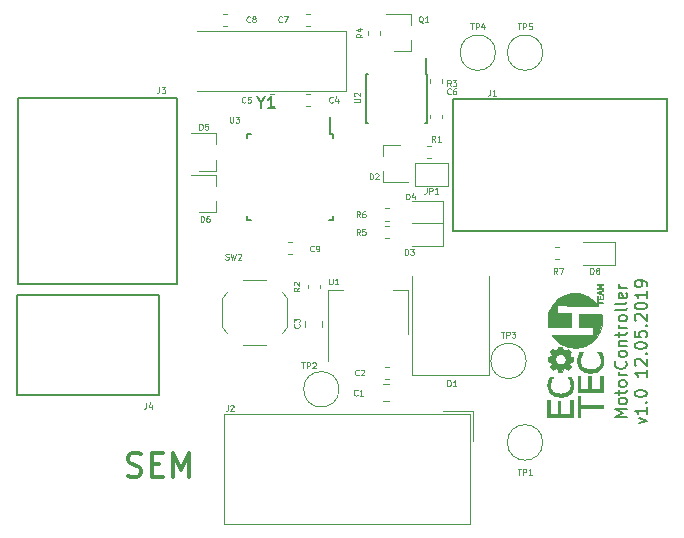
<source format=gto>
G04 #@! TF.GenerationSoftware,KiCad,Pcbnew,(5.0.2)-1*
G04 #@! TF.CreationDate,2019-05-12T17:47:40+02:00*
G04 #@! TF.ProjectId,MotorController,4d6f746f-7243-46f6-9e74-726f6c6c6572,rev?*
G04 #@! TF.SameCoordinates,Original*
G04 #@! TF.FileFunction,Legend,Top*
G04 #@! TF.FilePolarity,Positive*
%FSLAX46Y46*%
G04 Gerber Fmt 4.6, Leading zero omitted, Abs format (unit mm)*
G04 Created by KiCad (PCBNEW (5.0.2)-1) date 12.05.2019 17:47:40*
%MOMM*%
%LPD*%
G01*
G04 APERTURE LIST*
%ADD10C,0.200000*%
%ADD11C,0.300000*%
%ADD12C,0.010000*%
%ADD13C,0.150000*%
%ADD14C,0.120000*%
%ADD15C,0.100000*%
G04 APERTURE END LIST*
D10*
X126602380Y-95847619D02*
X125602380Y-95847619D01*
X126316666Y-95514285D01*
X125602380Y-95180952D01*
X126602380Y-95180952D01*
X126602380Y-94561904D02*
X126554761Y-94657142D01*
X126507142Y-94704761D01*
X126411904Y-94752380D01*
X126126190Y-94752380D01*
X126030952Y-94704761D01*
X125983333Y-94657142D01*
X125935714Y-94561904D01*
X125935714Y-94419047D01*
X125983333Y-94323809D01*
X126030952Y-94276190D01*
X126126190Y-94228571D01*
X126411904Y-94228571D01*
X126507142Y-94276190D01*
X126554761Y-94323809D01*
X126602380Y-94419047D01*
X126602380Y-94561904D01*
X125935714Y-93942857D02*
X125935714Y-93561904D01*
X125602380Y-93800000D02*
X126459523Y-93800000D01*
X126554761Y-93752380D01*
X126602380Y-93657142D01*
X126602380Y-93561904D01*
X126602380Y-93085714D02*
X126554761Y-93180952D01*
X126507142Y-93228571D01*
X126411904Y-93276190D01*
X126126190Y-93276190D01*
X126030952Y-93228571D01*
X125983333Y-93180952D01*
X125935714Y-93085714D01*
X125935714Y-92942857D01*
X125983333Y-92847619D01*
X126030952Y-92800000D01*
X126126190Y-92752380D01*
X126411904Y-92752380D01*
X126507142Y-92800000D01*
X126554761Y-92847619D01*
X126602380Y-92942857D01*
X126602380Y-93085714D01*
X126602380Y-92323809D02*
X125935714Y-92323809D01*
X126126190Y-92323809D02*
X126030952Y-92276190D01*
X125983333Y-92228571D01*
X125935714Y-92133333D01*
X125935714Y-92038095D01*
X126507142Y-91133333D02*
X126554761Y-91180952D01*
X126602380Y-91323809D01*
X126602380Y-91419047D01*
X126554761Y-91561904D01*
X126459523Y-91657142D01*
X126364285Y-91704761D01*
X126173809Y-91752380D01*
X126030952Y-91752380D01*
X125840476Y-91704761D01*
X125745238Y-91657142D01*
X125650000Y-91561904D01*
X125602380Y-91419047D01*
X125602380Y-91323809D01*
X125650000Y-91180952D01*
X125697619Y-91133333D01*
X126602380Y-90561904D02*
X126554761Y-90657142D01*
X126507142Y-90704761D01*
X126411904Y-90752380D01*
X126126190Y-90752380D01*
X126030952Y-90704761D01*
X125983333Y-90657142D01*
X125935714Y-90561904D01*
X125935714Y-90419047D01*
X125983333Y-90323809D01*
X126030952Y-90276190D01*
X126126190Y-90228571D01*
X126411904Y-90228571D01*
X126507142Y-90276190D01*
X126554761Y-90323809D01*
X126602380Y-90419047D01*
X126602380Y-90561904D01*
X125935714Y-89800000D02*
X126602380Y-89800000D01*
X126030952Y-89800000D02*
X125983333Y-89752380D01*
X125935714Y-89657142D01*
X125935714Y-89514285D01*
X125983333Y-89419047D01*
X126078571Y-89371428D01*
X126602380Y-89371428D01*
X125935714Y-89038095D02*
X125935714Y-88657142D01*
X125602380Y-88895238D02*
X126459523Y-88895238D01*
X126554761Y-88847619D01*
X126602380Y-88752380D01*
X126602380Y-88657142D01*
X126602380Y-88323809D02*
X125935714Y-88323809D01*
X126126190Y-88323809D02*
X126030952Y-88276190D01*
X125983333Y-88228571D01*
X125935714Y-88133333D01*
X125935714Y-88038095D01*
X126602380Y-87561904D02*
X126554761Y-87657142D01*
X126507142Y-87704761D01*
X126411904Y-87752380D01*
X126126190Y-87752380D01*
X126030952Y-87704761D01*
X125983333Y-87657142D01*
X125935714Y-87561904D01*
X125935714Y-87419047D01*
X125983333Y-87323809D01*
X126030952Y-87276190D01*
X126126190Y-87228571D01*
X126411904Y-87228571D01*
X126507142Y-87276190D01*
X126554761Y-87323809D01*
X126602380Y-87419047D01*
X126602380Y-87561904D01*
X126602380Y-86657142D02*
X126554761Y-86752380D01*
X126459523Y-86800000D01*
X125602380Y-86800000D01*
X126602380Y-86133333D02*
X126554761Y-86228571D01*
X126459523Y-86276190D01*
X125602380Y-86276190D01*
X126554761Y-85371428D02*
X126602380Y-85466666D01*
X126602380Y-85657142D01*
X126554761Y-85752380D01*
X126459523Y-85800000D01*
X126078571Y-85800000D01*
X125983333Y-85752380D01*
X125935714Y-85657142D01*
X125935714Y-85466666D01*
X125983333Y-85371428D01*
X126078571Y-85323809D01*
X126173809Y-85323809D01*
X126269047Y-85800000D01*
X126602380Y-84895238D02*
X125935714Y-84895238D01*
X126126190Y-84895238D02*
X126030952Y-84847619D01*
X125983333Y-84800000D01*
X125935714Y-84704761D01*
X125935714Y-84609523D01*
X127635714Y-96395238D02*
X128302380Y-96157142D01*
X127635714Y-95919047D01*
X128302380Y-95014285D02*
X128302380Y-95585714D01*
X128302380Y-95300000D02*
X127302380Y-95300000D01*
X127445238Y-95395238D01*
X127540476Y-95490476D01*
X127588095Y-95585714D01*
X128207142Y-94585714D02*
X128254761Y-94538095D01*
X128302380Y-94585714D01*
X128254761Y-94633333D01*
X128207142Y-94585714D01*
X128302380Y-94585714D01*
X127302380Y-93919047D02*
X127302380Y-93823809D01*
X127350000Y-93728571D01*
X127397619Y-93680952D01*
X127492857Y-93633333D01*
X127683333Y-93585714D01*
X127921428Y-93585714D01*
X128111904Y-93633333D01*
X128207142Y-93680952D01*
X128254761Y-93728571D01*
X128302380Y-93823809D01*
X128302380Y-93919047D01*
X128254761Y-94014285D01*
X128207142Y-94061904D01*
X128111904Y-94109523D01*
X127921428Y-94157142D01*
X127683333Y-94157142D01*
X127492857Y-94109523D01*
X127397619Y-94061904D01*
X127350000Y-94014285D01*
X127302380Y-93919047D01*
X128302380Y-91871428D02*
X128302380Y-92442857D01*
X128302380Y-92157142D02*
X127302380Y-92157142D01*
X127445238Y-92252380D01*
X127540476Y-92347619D01*
X127588095Y-92442857D01*
X127397619Y-91490476D02*
X127350000Y-91442857D01*
X127302380Y-91347619D01*
X127302380Y-91109523D01*
X127350000Y-91014285D01*
X127397619Y-90966666D01*
X127492857Y-90919047D01*
X127588095Y-90919047D01*
X127730952Y-90966666D01*
X128302380Y-91538095D01*
X128302380Y-90919047D01*
X128207142Y-90490476D02*
X128254761Y-90442857D01*
X128302380Y-90490476D01*
X128254761Y-90538095D01*
X128207142Y-90490476D01*
X128302380Y-90490476D01*
X127302380Y-89823809D02*
X127302380Y-89728571D01*
X127350000Y-89633333D01*
X127397619Y-89585714D01*
X127492857Y-89538095D01*
X127683333Y-89490476D01*
X127921428Y-89490476D01*
X128111904Y-89538095D01*
X128207142Y-89585714D01*
X128254761Y-89633333D01*
X128302380Y-89728571D01*
X128302380Y-89823809D01*
X128254761Y-89919047D01*
X128207142Y-89966666D01*
X128111904Y-90014285D01*
X127921428Y-90061904D01*
X127683333Y-90061904D01*
X127492857Y-90014285D01*
X127397619Y-89966666D01*
X127350000Y-89919047D01*
X127302380Y-89823809D01*
X127302380Y-88585714D02*
X127302380Y-89061904D01*
X127778571Y-89109523D01*
X127730952Y-89061904D01*
X127683333Y-88966666D01*
X127683333Y-88728571D01*
X127730952Y-88633333D01*
X127778571Y-88585714D01*
X127873809Y-88538095D01*
X128111904Y-88538095D01*
X128207142Y-88585714D01*
X128254761Y-88633333D01*
X128302380Y-88728571D01*
X128302380Y-88966666D01*
X128254761Y-89061904D01*
X128207142Y-89109523D01*
X128207142Y-88109523D02*
X128254761Y-88061904D01*
X128302380Y-88109523D01*
X128254761Y-88157142D01*
X128207142Y-88109523D01*
X128302380Y-88109523D01*
X127397619Y-87680952D02*
X127350000Y-87633333D01*
X127302380Y-87538095D01*
X127302380Y-87300000D01*
X127350000Y-87204761D01*
X127397619Y-87157142D01*
X127492857Y-87109523D01*
X127588095Y-87109523D01*
X127730952Y-87157142D01*
X128302380Y-87728571D01*
X128302380Y-87109523D01*
X127302380Y-86490476D02*
X127302380Y-86395238D01*
X127350000Y-86300000D01*
X127397619Y-86252380D01*
X127492857Y-86204761D01*
X127683333Y-86157142D01*
X127921428Y-86157142D01*
X128111904Y-86204761D01*
X128207142Y-86252380D01*
X128254761Y-86300000D01*
X128302380Y-86395238D01*
X128302380Y-86490476D01*
X128254761Y-86585714D01*
X128207142Y-86633333D01*
X128111904Y-86680952D01*
X127921428Y-86728571D01*
X127683333Y-86728571D01*
X127492857Y-86680952D01*
X127397619Y-86633333D01*
X127350000Y-86585714D01*
X127302380Y-86490476D01*
X128302380Y-85204761D02*
X128302380Y-85776190D01*
X128302380Y-85490476D02*
X127302380Y-85490476D01*
X127445238Y-85585714D01*
X127540476Y-85680952D01*
X127588095Y-85776190D01*
X128302380Y-84728571D02*
X128302380Y-84538095D01*
X128254761Y-84442857D01*
X128207142Y-84395238D01*
X128064285Y-84300000D01*
X127873809Y-84252380D01*
X127492857Y-84252380D01*
X127397619Y-84300000D01*
X127350000Y-84347619D01*
X127302380Y-84442857D01*
X127302380Y-84633333D01*
X127350000Y-84728571D01*
X127397619Y-84776190D01*
X127492857Y-84823809D01*
X127730952Y-84823809D01*
X127826190Y-84776190D01*
X127873809Y-84728571D01*
X127921428Y-84633333D01*
X127921428Y-84442857D01*
X127873809Y-84347619D01*
X127826190Y-84300000D01*
X127730952Y-84252380D01*
D11*
X84380952Y-100809523D02*
X84666666Y-100904761D01*
X85142857Y-100904761D01*
X85333333Y-100809523D01*
X85428571Y-100714285D01*
X85523809Y-100523809D01*
X85523809Y-100333333D01*
X85428571Y-100142857D01*
X85333333Y-100047619D01*
X85142857Y-99952380D01*
X84761904Y-99857142D01*
X84571428Y-99761904D01*
X84476190Y-99666666D01*
X84380952Y-99476190D01*
X84380952Y-99285714D01*
X84476190Y-99095238D01*
X84571428Y-99000000D01*
X84761904Y-98904761D01*
X85238095Y-98904761D01*
X85523809Y-99000000D01*
X86380952Y-99857142D02*
X87047619Y-99857142D01*
X87333333Y-100904761D02*
X86380952Y-100904761D01*
X86380952Y-98904761D01*
X87333333Y-98904761D01*
X88190476Y-100904761D02*
X88190476Y-98904761D01*
X88857142Y-100333333D01*
X89523809Y-98904761D01*
X89523809Y-100904761D01*
D12*
G04 #@! TO.C,G1*
G36*
X122428601Y-90973010D02*
X122439822Y-90856518D01*
X122459344Y-90754438D01*
X122460368Y-90750506D01*
X122473897Y-90704751D01*
X122493166Y-90646644D01*
X122515966Y-90582118D01*
X122540088Y-90517106D01*
X122563322Y-90457542D01*
X122583459Y-90409359D01*
X122598289Y-90378490D01*
X122599949Y-90375671D01*
X122611973Y-90368463D01*
X122639394Y-90364078D01*
X122685368Y-90362275D01*
X122753049Y-90362812D01*
X122764753Y-90363067D01*
X122919554Y-90366650D01*
X122854161Y-90455550D01*
X122782393Y-90566717D01*
X122721376Y-90688173D01*
X122675901Y-90809963D01*
X122665228Y-90848107D01*
X122648657Y-90938264D01*
X122640579Y-91038848D01*
X122641113Y-91140305D01*
X122650379Y-91233083D01*
X122659819Y-91279217D01*
X122703039Y-91398403D01*
X122767046Y-91504439D01*
X122850425Y-91596515D01*
X122951764Y-91673821D01*
X123069647Y-91735547D01*
X123202660Y-91780884D01*
X123349391Y-91809020D01*
X123508424Y-91819148D01*
X123598550Y-91816864D01*
X123761940Y-91798464D01*
X123908788Y-91762465D01*
X124038449Y-91709334D01*
X124150280Y-91639536D01*
X124243640Y-91553536D01*
X124317884Y-91451799D01*
X124372371Y-91334792D01*
X124400030Y-91236600D01*
X124411832Y-91147992D01*
X124414048Y-91046208D01*
X124407018Y-90941452D01*
X124391083Y-90843928D01*
X124386261Y-90823850D01*
X124357444Y-90738055D01*
X124314298Y-90643369D01*
X124261121Y-90548176D01*
X124202211Y-90460855D01*
X124195784Y-90452375D01*
X124125136Y-90360300D01*
X124439339Y-90360300D01*
X124478546Y-90446025D01*
X124520423Y-90541232D01*
X124552385Y-90623235D01*
X124577543Y-90700633D01*
X124596660Y-90772306D01*
X124609870Y-90842638D01*
X124619885Y-90928138D01*
X124626294Y-91020610D01*
X124628682Y-91111859D01*
X124626637Y-91193692D01*
X124620803Y-91251663D01*
X124592111Y-91390587D01*
X124552070Y-91510848D01*
X124498158Y-91617596D01*
X124427858Y-91715984D01*
X124354840Y-91795400D01*
X124262331Y-91878955D01*
X124177767Y-91938579D01*
X124157132Y-91950131D01*
X124027402Y-92006231D01*
X123881774Y-92047623D01*
X123725256Y-92074024D01*
X123562856Y-92085150D01*
X123399582Y-92080717D01*
X123240444Y-92060443D01*
X123090450Y-92024043D01*
X123055303Y-92012507D01*
X122912269Y-91950162D01*
X122785378Y-91868602D01*
X122675713Y-91769065D01*
X122584354Y-91652787D01*
X122512380Y-91521005D01*
X122460873Y-91374954D01*
X122446947Y-91316241D01*
X122431944Y-91212143D01*
X122425902Y-91094643D01*
X122428601Y-90973010D01*
X122428601Y-90973010D01*
G37*
X122428601Y-90973010D02*
X122439822Y-90856518D01*
X122459344Y-90754438D01*
X122460368Y-90750506D01*
X122473897Y-90704751D01*
X122493166Y-90646644D01*
X122515966Y-90582118D01*
X122540088Y-90517106D01*
X122563322Y-90457542D01*
X122583459Y-90409359D01*
X122598289Y-90378490D01*
X122599949Y-90375671D01*
X122611973Y-90368463D01*
X122639394Y-90364078D01*
X122685368Y-90362275D01*
X122753049Y-90362812D01*
X122764753Y-90363067D01*
X122919554Y-90366650D01*
X122854161Y-90455550D01*
X122782393Y-90566717D01*
X122721376Y-90688173D01*
X122675901Y-90809963D01*
X122665228Y-90848107D01*
X122648657Y-90938264D01*
X122640579Y-91038848D01*
X122641113Y-91140305D01*
X122650379Y-91233083D01*
X122659819Y-91279217D01*
X122703039Y-91398403D01*
X122767046Y-91504439D01*
X122850425Y-91596515D01*
X122951764Y-91673821D01*
X123069647Y-91735547D01*
X123202660Y-91780884D01*
X123349391Y-91809020D01*
X123508424Y-91819148D01*
X123598550Y-91816864D01*
X123761940Y-91798464D01*
X123908788Y-91762465D01*
X124038449Y-91709334D01*
X124150280Y-91639536D01*
X124243640Y-91553536D01*
X124317884Y-91451799D01*
X124372371Y-91334792D01*
X124400030Y-91236600D01*
X124411832Y-91147992D01*
X124414048Y-91046208D01*
X124407018Y-90941452D01*
X124391083Y-90843928D01*
X124386261Y-90823850D01*
X124357444Y-90738055D01*
X124314298Y-90643369D01*
X124261121Y-90548176D01*
X124202211Y-90460855D01*
X124195784Y-90452375D01*
X124125136Y-90360300D01*
X124439339Y-90360300D01*
X124478546Y-90446025D01*
X124520423Y-90541232D01*
X124552385Y-90623235D01*
X124577543Y-90700633D01*
X124596660Y-90772306D01*
X124609870Y-90842638D01*
X124619885Y-90928138D01*
X124626294Y-91020610D01*
X124628682Y-91111859D01*
X124626637Y-91193692D01*
X124620803Y-91251663D01*
X124592111Y-91390587D01*
X124552070Y-91510848D01*
X124498158Y-91617596D01*
X124427858Y-91715984D01*
X124354840Y-91795400D01*
X124262331Y-91878955D01*
X124177767Y-91938579D01*
X124157132Y-91950131D01*
X124027402Y-92006231D01*
X123881774Y-92047623D01*
X123725256Y-92074024D01*
X123562856Y-92085150D01*
X123399582Y-92080717D01*
X123240444Y-92060443D01*
X123090450Y-92024043D01*
X123055303Y-92012507D01*
X122912269Y-91950162D01*
X122785378Y-91868602D01*
X122675713Y-91769065D01*
X122584354Y-91652787D01*
X122512380Y-91521005D01*
X122460873Y-91374954D01*
X122446947Y-91316241D01*
X122431944Y-91212143D01*
X122425902Y-91094643D01*
X122428601Y-90973010D01*
G36*
X119903607Y-87555950D02*
X119924304Y-87334511D01*
X119964693Y-87117183D01*
X120024542Y-86908702D01*
X120025162Y-86906899D01*
X120059303Y-86818383D01*
X120104269Y-86717365D01*
X120156394Y-86610991D01*
X120212009Y-86506404D01*
X120267448Y-86410752D01*
X120319041Y-86331177D01*
X120325037Y-86322717D01*
X120444820Y-86171169D01*
X120582033Y-86024432D01*
X120730756Y-85888088D01*
X120885070Y-85767723D01*
X120982350Y-85702701D01*
X121192844Y-85586005D01*
X121410901Y-85492833D01*
X121634777Y-85423076D01*
X121862731Y-85376624D01*
X122093020Y-85353365D01*
X122323903Y-85353190D01*
X122553637Y-85375989D01*
X122780480Y-85421651D01*
X123002691Y-85490067D01*
X123218527Y-85581126D01*
X123426246Y-85694718D01*
X123624106Y-85830733D01*
X123677945Y-85873179D01*
X123762310Y-85946049D01*
X123848144Y-86027956D01*
X123929453Y-86112718D01*
X124000245Y-86194155D01*
X124043292Y-86249974D01*
X124069951Y-86285431D01*
X124091491Y-86310953D01*
X124103303Y-86321085D01*
X124103375Y-86321091D01*
X124106816Y-86309383D01*
X124109703Y-86276826D01*
X124111790Y-86227972D01*
X124112829Y-86167368D01*
X124112900Y-86146017D01*
X124113287Y-86074793D01*
X124114716Y-86025303D01*
X124117581Y-85993889D01*
X124122280Y-85976892D01*
X124129209Y-85970655D01*
X124131950Y-85970334D01*
X124142423Y-85975664D01*
X124148354Y-85994785D01*
X124150777Y-86032397D01*
X124151000Y-86056824D01*
X124151000Y-86143314D01*
X124376261Y-86146782D01*
X124458406Y-86148333D01*
X124518494Y-86150305D01*
X124559867Y-86153037D01*
X124585870Y-86156866D01*
X124599844Y-86162131D01*
X124605132Y-86169169D01*
X124605300Y-86169920D01*
X124603725Y-86192498D01*
X124600172Y-86198495D01*
X124585139Y-86201403D01*
X124549014Y-86203913D01*
X124496103Y-86205858D01*
X124430715Y-86207071D01*
X124371133Y-86207400D01*
X124151000Y-86207400D01*
X124151000Y-86414800D01*
X122423800Y-86406486D01*
X120696599Y-86398172D01*
X120696600Y-86734586D01*
X120696600Y-87071000D01*
X121207775Y-87073963D01*
X121323117Y-87074625D01*
X121433710Y-87075245D01*
X121536239Y-87075808D01*
X121627392Y-87076294D01*
X121703855Y-87076688D01*
X121762316Y-87076970D01*
X121799462Y-87077123D01*
X121804696Y-87077138D01*
X121890443Y-87077350D01*
X121890421Y-87664725D01*
X121890400Y-88252100D01*
X119975715Y-88252100D01*
X119961986Y-88197576D01*
X119922216Y-87992219D01*
X119902833Y-87776765D01*
X119903607Y-87555950D01*
X119903607Y-87555950D01*
G37*
X119903607Y-87555950D02*
X119924304Y-87334511D01*
X119964693Y-87117183D01*
X120024542Y-86908702D01*
X120025162Y-86906899D01*
X120059303Y-86818383D01*
X120104269Y-86717365D01*
X120156394Y-86610991D01*
X120212009Y-86506404D01*
X120267448Y-86410752D01*
X120319041Y-86331177D01*
X120325037Y-86322717D01*
X120444820Y-86171169D01*
X120582033Y-86024432D01*
X120730756Y-85888088D01*
X120885070Y-85767723D01*
X120982350Y-85702701D01*
X121192844Y-85586005D01*
X121410901Y-85492833D01*
X121634777Y-85423076D01*
X121862731Y-85376624D01*
X122093020Y-85353365D01*
X122323903Y-85353190D01*
X122553637Y-85375989D01*
X122780480Y-85421651D01*
X123002691Y-85490067D01*
X123218527Y-85581126D01*
X123426246Y-85694718D01*
X123624106Y-85830733D01*
X123677945Y-85873179D01*
X123762310Y-85946049D01*
X123848144Y-86027956D01*
X123929453Y-86112718D01*
X124000245Y-86194155D01*
X124043292Y-86249974D01*
X124069951Y-86285431D01*
X124091491Y-86310953D01*
X124103303Y-86321085D01*
X124103375Y-86321091D01*
X124106816Y-86309383D01*
X124109703Y-86276826D01*
X124111790Y-86227972D01*
X124112829Y-86167368D01*
X124112900Y-86146017D01*
X124113287Y-86074793D01*
X124114716Y-86025303D01*
X124117581Y-85993889D01*
X124122280Y-85976892D01*
X124129209Y-85970655D01*
X124131950Y-85970334D01*
X124142423Y-85975664D01*
X124148354Y-85994785D01*
X124150777Y-86032397D01*
X124151000Y-86056824D01*
X124151000Y-86143314D01*
X124376261Y-86146782D01*
X124458406Y-86148333D01*
X124518494Y-86150305D01*
X124559867Y-86153037D01*
X124585870Y-86156866D01*
X124599844Y-86162131D01*
X124605132Y-86169169D01*
X124605300Y-86169920D01*
X124603725Y-86192498D01*
X124600172Y-86198495D01*
X124585139Y-86201403D01*
X124549014Y-86203913D01*
X124496103Y-86205858D01*
X124430715Y-86207071D01*
X124371133Y-86207400D01*
X124151000Y-86207400D01*
X124151000Y-86414800D01*
X122423800Y-86406486D01*
X120696599Y-86398172D01*
X120696600Y-86734586D01*
X120696600Y-87071000D01*
X121207775Y-87073963D01*
X121323117Y-87074625D01*
X121433710Y-87075245D01*
X121536239Y-87075808D01*
X121627392Y-87076294D01*
X121703855Y-87076688D01*
X121762316Y-87076970D01*
X121799462Y-87077123D01*
X121804696Y-87077138D01*
X121890443Y-87077350D01*
X121890421Y-87664725D01*
X121890400Y-88252100D01*
X119975715Y-88252100D01*
X119961986Y-88197576D01*
X119922216Y-87992219D01*
X119902833Y-87776765D01*
X119903607Y-87555950D01*
G36*
X124113349Y-85663903D02*
X124115004Y-85618224D01*
X124118322Y-85590294D01*
X124123761Y-85576293D01*
X124131781Y-85572401D01*
X124131950Y-85572400D01*
X124140649Y-85576489D01*
X124146308Y-85591487D01*
X124149513Y-85621495D01*
X124150849Y-85670614D01*
X124151000Y-85705750D01*
X124151000Y-85839100D01*
X124316100Y-85839100D01*
X124316100Y-85712100D01*
X124316729Y-85652878D01*
X124319035Y-85614856D01*
X124323645Y-85593856D01*
X124331185Y-85585702D01*
X124335150Y-85585100D01*
X124344033Y-85589297D01*
X124349736Y-85604673D01*
X124352886Y-85635405D01*
X124354109Y-85685671D01*
X124354200Y-85712100D01*
X124354200Y-85839100D01*
X124557400Y-85839100D01*
X124557400Y-85704819D01*
X124557778Y-85644997D01*
X124559396Y-85606321D01*
X124562981Y-85584541D01*
X124569260Y-85575409D01*
X124578957Y-85574676D01*
X124579625Y-85574799D01*
X124589100Y-85579369D01*
X124595698Y-85591592D01*
X124600092Y-85615647D01*
X124602958Y-85655712D01*
X124604971Y-85715964D01*
X124605415Y-85734480D01*
X124608981Y-85889900D01*
X124112900Y-85889900D01*
X124112900Y-85731150D01*
X124113349Y-85663903D01*
X124113349Y-85663903D01*
G37*
X124113349Y-85663903D02*
X124115004Y-85618224D01*
X124118322Y-85590294D01*
X124123761Y-85576293D01*
X124131781Y-85572401D01*
X124131950Y-85572400D01*
X124140649Y-85576489D01*
X124146308Y-85591487D01*
X124149513Y-85621495D01*
X124150849Y-85670614D01*
X124151000Y-85705750D01*
X124151000Y-85839100D01*
X124316100Y-85839100D01*
X124316100Y-85712100D01*
X124316729Y-85652878D01*
X124319035Y-85614856D01*
X124323645Y-85593856D01*
X124331185Y-85585702D01*
X124335150Y-85585100D01*
X124344033Y-85589297D01*
X124349736Y-85604673D01*
X124352886Y-85635405D01*
X124354109Y-85685671D01*
X124354200Y-85712100D01*
X124354200Y-85839100D01*
X124557400Y-85839100D01*
X124557400Y-85704819D01*
X124557778Y-85644997D01*
X124559396Y-85606321D01*
X124562981Y-85584541D01*
X124569260Y-85575409D01*
X124578957Y-85574676D01*
X124579625Y-85574799D01*
X124589100Y-85579369D01*
X124595698Y-85591592D01*
X124600092Y-85615647D01*
X124602958Y-85655712D01*
X124604971Y-85715964D01*
X124605415Y-85734480D01*
X124608981Y-85889900D01*
X124112900Y-85889900D01*
X124112900Y-85731150D01*
X124113349Y-85663903D01*
G36*
X124349673Y-85184830D02*
X124422831Y-85157545D01*
X124487916Y-85133235D01*
X124541155Y-85113312D01*
X124578776Y-85099188D01*
X124597007Y-85092274D01*
X124597907Y-85091917D01*
X124605747Y-85099208D01*
X124608200Y-85117396D01*
X124604140Y-85135795D01*
X124588409Y-85150545D01*
X124555674Y-85165732D01*
X124535175Y-85173367D01*
X124462150Y-85199625D01*
X124462150Y-85423580D01*
X124535175Y-85449653D01*
X124580254Y-85468495D01*
X124603373Y-85485654D01*
X124608200Y-85498663D01*
X124600989Y-85517536D01*
X124592325Y-85520894D01*
X124575934Y-85516391D01*
X124539761Y-85504277D01*
X124487772Y-85485951D01*
X124423934Y-85462812D01*
X124406684Y-85456427D01*
X124406684Y-85403217D01*
X124413349Y-85395269D01*
X124416621Y-85372692D01*
X124417654Y-85330867D01*
X124417700Y-85312050D01*
X124417153Y-85262856D01*
X124414744Y-85234431D01*
X124409322Y-85222155D01*
X124399734Y-85221408D01*
X124395475Y-85222898D01*
X124373825Y-85231114D01*
X124335297Y-85245405D01*
X124286887Y-85263183D01*
X124267802Y-85270151D01*
X124221517Y-85287617D01*
X124186572Y-85301943D01*
X124168089Y-85310976D01*
X124166530Y-85312765D01*
X124179536Y-85318793D01*
X124210609Y-85331261D01*
X124253964Y-85347871D01*
X124271978Y-85354614D01*
X124321310Y-85373034D01*
X124363387Y-85388867D01*
X124391022Y-85399407D01*
X124395475Y-85401153D01*
X124406684Y-85403217D01*
X124406684Y-85456427D01*
X124352212Y-85436261D01*
X124347850Y-85434629D01*
X124268780Y-85404894D01*
X124210347Y-85382267D01*
X124169360Y-85365055D01*
X124142630Y-85351564D01*
X124126966Y-85340102D01*
X124119179Y-85328976D01*
X124116078Y-85316490D01*
X124115490Y-85311289D01*
X124111731Y-85273509D01*
X124349673Y-85184830D01*
X124349673Y-85184830D01*
G37*
X124349673Y-85184830D02*
X124422831Y-85157545D01*
X124487916Y-85133235D01*
X124541155Y-85113312D01*
X124578776Y-85099188D01*
X124597007Y-85092274D01*
X124597907Y-85091917D01*
X124605747Y-85099208D01*
X124608200Y-85117396D01*
X124604140Y-85135795D01*
X124588409Y-85150545D01*
X124555674Y-85165732D01*
X124535175Y-85173367D01*
X124462150Y-85199625D01*
X124462150Y-85423580D01*
X124535175Y-85449653D01*
X124580254Y-85468495D01*
X124603373Y-85485654D01*
X124608200Y-85498663D01*
X124600989Y-85517536D01*
X124592325Y-85520894D01*
X124575934Y-85516391D01*
X124539761Y-85504277D01*
X124487772Y-85485951D01*
X124423934Y-85462812D01*
X124406684Y-85456427D01*
X124406684Y-85403217D01*
X124413349Y-85395269D01*
X124416621Y-85372692D01*
X124417654Y-85330867D01*
X124417700Y-85312050D01*
X124417153Y-85262856D01*
X124414744Y-85234431D01*
X124409322Y-85222155D01*
X124399734Y-85221408D01*
X124395475Y-85222898D01*
X124373825Y-85231114D01*
X124335297Y-85245405D01*
X124286887Y-85263183D01*
X124267802Y-85270151D01*
X124221517Y-85287617D01*
X124186572Y-85301943D01*
X124168089Y-85310976D01*
X124166530Y-85312765D01*
X124179536Y-85318793D01*
X124210609Y-85331261D01*
X124253964Y-85347871D01*
X124271978Y-85354614D01*
X124321310Y-85373034D01*
X124363387Y-85388867D01*
X124391022Y-85399407D01*
X124395475Y-85401153D01*
X124406684Y-85403217D01*
X124406684Y-85456427D01*
X124352212Y-85436261D01*
X124347850Y-85434629D01*
X124268780Y-85404894D01*
X124210347Y-85382267D01*
X124169360Y-85365055D01*
X124142630Y-85351564D01*
X124126966Y-85340102D01*
X124119179Y-85328976D01*
X124116078Y-85316490D01*
X124115490Y-85311289D01*
X124111731Y-85273509D01*
X124349673Y-85184830D01*
G36*
X124114697Y-84962420D02*
X124122594Y-84948491D01*
X124140346Y-84933626D01*
X124171711Y-84915017D01*
X124220444Y-84889861D01*
X124252600Y-84873900D01*
X124306100Y-84846945D01*
X124350133Y-84823699D01*
X124380313Y-84806553D01*
X124392258Y-84797898D01*
X124392300Y-84797700D01*
X124381589Y-84789631D01*
X124352380Y-84772927D01*
X124309055Y-84749980D01*
X124255999Y-84723180D01*
X124252600Y-84721500D01*
X124193743Y-84692005D01*
X124154138Y-84670464D01*
X124130029Y-84654072D01*
X124117659Y-84640024D01*
X124113273Y-84625515D01*
X124112900Y-84617186D01*
X124112900Y-84581800D01*
X124360550Y-84581800D01*
X124445614Y-84581910D01*
X124508592Y-84582461D01*
X124552795Y-84583790D01*
X124581535Y-84586233D01*
X124598127Y-84590125D01*
X124605881Y-84595802D01*
X124608111Y-84603600D01*
X124608200Y-84606901D01*
X124606937Y-84616024D01*
X124600801Y-84622712D01*
X124586272Y-84627424D01*
X124559828Y-84630621D01*
X124517948Y-84632763D01*
X124457112Y-84634312D01*
X124389732Y-84635476D01*
X124171264Y-84638950D01*
X124319882Y-84711494D01*
X124375321Y-84739505D01*
X124421367Y-84764577D01*
X124453735Y-84784243D01*
X124468144Y-84796036D01*
X124468500Y-84797116D01*
X124457788Y-84807398D01*
X124428472Y-84826297D01*
X124384779Y-84851298D01*
X124330935Y-84879888D01*
X124319275Y-84885839D01*
X124170050Y-84961483D01*
X124389125Y-84962142D01*
X124468450Y-84962512D01*
X124525897Y-84963351D01*
X124564986Y-84965078D01*
X124589239Y-84968113D01*
X124602177Y-84972873D01*
X124607322Y-84979778D01*
X124608200Y-84988200D01*
X124607181Y-84996924D01*
X124601916Y-85003381D01*
X124589091Y-85007914D01*
X124565390Y-85010861D01*
X124527500Y-85012563D01*
X124472106Y-85013359D01*
X124395895Y-85013590D01*
X124360550Y-85013600D01*
X124112900Y-85013600D01*
X124112900Y-84978215D01*
X124114697Y-84962420D01*
X124114697Y-84962420D01*
G37*
X124114697Y-84962420D02*
X124122594Y-84948491D01*
X124140346Y-84933626D01*
X124171711Y-84915017D01*
X124220444Y-84889861D01*
X124252600Y-84873900D01*
X124306100Y-84846945D01*
X124350133Y-84823699D01*
X124380313Y-84806553D01*
X124392258Y-84797898D01*
X124392300Y-84797700D01*
X124381589Y-84789631D01*
X124352380Y-84772927D01*
X124309055Y-84749980D01*
X124255999Y-84723180D01*
X124252600Y-84721500D01*
X124193743Y-84692005D01*
X124154138Y-84670464D01*
X124130029Y-84654072D01*
X124117659Y-84640024D01*
X124113273Y-84625515D01*
X124112900Y-84617186D01*
X124112900Y-84581800D01*
X124360550Y-84581800D01*
X124445614Y-84581910D01*
X124508592Y-84582461D01*
X124552795Y-84583790D01*
X124581535Y-84586233D01*
X124598127Y-84590125D01*
X124605881Y-84595802D01*
X124608111Y-84603600D01*
X124608200Y-84606901D01*
X124606937Y-84616024D01*
X124600801Y-84622712D01*
X124586272Y-84627424D01*
X124559828Y-84630621D01*
X124517948Y-84632763D01*
X124457112Y-84634312D01*
X124389732Y-84635476D01*
X124171264Y-84638950D01*
X124319882Y-84711494D01*
X124375321Y-84739505D01*
X124421367Y-84764577D01*
X124453735Y-84784243D01*
X124468144Y-84796036D01*
X124468500Y-84797116D01*
X124457788Y-84807398D01*
X124428472Y-84826297D01*
X124384779Y-84851298D01*
X124330935Y-84879888D01*
X124319275Y-84885839D01*
X124170050Y-84961483D01*
X124389125Y-84962142D01*
X124468450Y-84962512D01*
X124525897Y-84963351D01*
X124564986Y-84965078D01*
X124589239Y-84968113D01*
X124602177Y-84972873D01*
X124607322Y-84979778D01*
X124608200Y-84988200D01*
X124607181Y-84996924D01*
X124601916Y-85003381D01*
X124589091Y-85007914D01*
X124565390Y-85010861D01*
X124527500Y-85012563D01*
X124472106Y-85013359D01*
X124395895Y-85013590D01*
X124360550Y-85013600D01*
X124112900Y-85013600D01*
X124112900Y-84978215D01*
X124114697Y-84962420D01*
G36*
X122677800Y-94056000D02*
X122677800Y-94818000D01*
X124595500Y-94818000D01*
X124595500Y-95084700D01*
X122677800Y-95084700D01*
X122677800Y-95840350D01*
X122461900Y-95840350D01*
X122461900Y-94056000D01*
X122677800Y-94056000D01*
X122677800Y-94056000D01*
G37*
X122677800Y-94056000D02*
X122677800Y-94818000D01*
X124595500Y-94818000D01*
X124595500Y-95084700D01*
X122677800Y-95084700D01*
X122677800Y-95840350D01*
X122461900Y-95840350D01*
X122461900Y-94056000D01*
X122677800Y-94056000D01*
G36*
X122677800Y-92366900D02*
X122677800Y-93497200D01*
X123312800Y-93497200D01*
X123312800Y-92392300D01*
X123541400Y-92392300D01*
X123541400Y-93497200D01*
X124366900Y-93497200D01*
X124366900Y-92366900D01*
X124595500Y-92366900D01*
X124595500Y-93751200D01*
X122461900Y-93751200D01*
X122461900Y-92366900D01*
X122677800Y-92366900D01*
X122677800Y-92366900D01*
G37*
X122677800Y-92366900D02*
X122677800Y-93497200D01*
X123312800Y-93497200D01*
X123312800Y-92392300D01*
X123541400Y-92392300D01*
X123541400Y-93497200D01*
X124366900Y-93497200D01*
X124366900Y-92366900D01*
X124595500Y-92366900D01*
X124595500Y-93751200D01*
X122461900Y-93751200D01*
X122461900Y-92366900D01*
X122677800Y-92366900D01*
G36*
X122002717Y-88928330D02*
X123731900Y-88925110D01*
X123731900Y-88252100D01*
X122563500Y-88252100D01*
X122563500Y-87083700D01*
X124453764Y-87083700D01*
X124472983Y-87169425D01*
X124497051Y-87300946D01*
X124514274Y-87445873D01*
X124524001Y-87594677D01*
X124525581Y-87737829D01*
X124519669Y-87852050D01*
X124485531Y-88097392D01*
X124428070Y-88332856D01*
X124347533Y-88557927D01*
X124244165Y-88772093D01*
X124118210Y-88974840D01*
X123969915Y-89165655D01*
X123812535Y-89331600D01*
X123666110Y-89462365D01*
X123516863Y-89574353D01*
X123356422Y-89673575D01*
X123274700Y-89717542D01*
X123053198Y-89817985D01*
X122826519Y-89894004D01*
X122596135Y-89945689D01*
X122363518Y-89973130D01*
X122130141Y-89976418D01*
X121897477Y-89955642D01*
X121666998Y-89910892D01*
X121440177Y-89842258D01*
X121218486Y-89749831D01*
X121003399Y-89633701D01*
X120907808Y-89572832D01*
X120811718Y-89502383D01*
X120708512Y-89415933D01*
X120604205Y-89319223D01*
X120504812Y-89217993D01*
X120416348Y-89117986D01*
X120369716Y-89059232D01*
X120273535Y-88931550D01*
X122002717Y-88928330D01*
X122002717Y-88928330D01*
G37*
X122002717Y-88928330D02*
X123731900Y-88925110D01*
X123731900Y-88252100D01*
X122563500Y-88252100D01*
X122563500Y-87083700D01*
X124453764Y-87083700D01*
X124472983Y-87169425D01*
X124497051Y-87300946D01*
X124514274Y-87445873D01*
X124524001Y-87594677D01*
X124525581Y-87737829D01*
X124519669Y-87852050D01*
X124485531Y-88097392D01*
X124428070Y-88332856D01*
X124347533Y-88557927D01*
X124244165Y-88772093D01*
X124118210Y-88974840D01*
X123969915Y-89165655D01*
X123812535Y-89331600D01*
X123666110Y-89462365D01*
X123516863Y-89574353D01*
X123356422Y-89673575D01*
X123274700Y-89717542D01*
X123053198Y-89817985D01*
X122826519Y-89894004D01*
X122596135Y-89945689D01*
X122363518Y-89973130D01*
X122130141Y-89976418D01*
X121897477Y-89955642D01*
X121666998Y-89910892D01*
X121440177Y-89842258D01*
X121218486Y-89749831D01*
X121003399Y-89633701D01*
X120907808Y-89572832D01*
X120811718Y-89502383D01*
X120708512Y-89415933D01*
X120604205Y-89319223D01*
X120504812Y-89217993D01*
X120416348Y-89117986D01*
X120369716Y-89059232D01*
X120273535Y-88931550D01*
X122002717Y-88928330D01*
G36*
X120125100Y-94437000D02*
X120125100Y-95006384D01*
X120125213Y-95124130D01*
X120125539Y-95233885D01*
X120126054Y-95333080D01*
X120126734Y-95419141D01*
X120127554Y-95489500D01*
X120128493Y-95541585D01*
X120129526Y-95572825D01*
X120130372Y-95581059D01*
X120143990Y-95582367D01*
X120179537Y-95583275D01*
X120233547Y-95583766D01*
X120302551Y-95583820D01*
X120383083Y-95583420D01*
X120454605Y-95582749D01*
X120773566Y-95579147D01*
X120770008Y-95020769D01*
X120766450Y-94462390D01*
X120877442Y-94462395D01*
X120988435Y-94462400D01*
X120991742Y-95021565D01*
X120995050Y-95580730D01*
X121833250Y-95580730D01*
X121839858Y-94437000D01*
X122068200Y-94437000D01*
X122068200Y-95846700D01*
X119896500Y-95846700D01*
X119896500Y-94437000D01*
X120125100Y-94437000D01*
X120125100Y-94437000D01*
G37*
X120125100Y-94437000D02*
X120125100Y-95006384D01*
X120125213Y-95124130D01*
X120125539Y-95233885D01*
X120126054Y-95333080D01*
X120126734Y-95419141D01*
X120127554Y-95489500D01*
X120128493Y-95541585D01*
X120129526Y-95572825D01*
X120130372Y-95581059D01*
X120143990Y-95582367D01*
X120179537Y-95583275D01*
X120233547Y-95583766D01*
X120302551Y-95583820D01*
X120383083Y-95583420D01*
X120454605Y-95582749D01*
X120773566Y-95579147D01*
X120770008Y-95020769D01*
X120766450Y-94462390D01*
X120877442Y-94462395D01*
X120988435Y-94462400D01*
X120991742Y-95021565D01*
X120995050Y-95580730D01*
X121833250Y-95580730D01*
X121839858Y-94437000D01*
X122068200Y-94437000D01*
X122068200Y-95846700D01*
X119896500Y-95846700D01*
X119896500Y-94437000D01*
X120125100Y-94437000D01*
G36*
X119901471Y-92995266D02*
X119917221Y-92872491D01*
X119945727Y-92751918D01*
X119988693Y-92625732D01*
X120025974Y-92535175D01*
X120077065Y-92417700D01*
X120228082Y-92417700D01*
X120286629Y-92418232D01*
X120334600Y-92419679D01*
X120367067Y-92421822D01*
X120379099Y-92424440D01*
X120379100Y-92424458D01*
X120372270Y-92437104D01*
X120353907Y-92465586D01*
X120327203Y-92505043D01*
X120308870Y-92531441D01*
X120225116Y-92665967D01*
X120164749Y-92798464D01*
X120126456Y-92932824D01*
X120108924Y-93072943D01*
X120107432Y-93128900D01*
X120117721Y-93268405D01*
X120149169Y-93393909D01*
X120201924Y-93505685D01*
X120276136Y-93604006D01*
X120371954Y-93689147D01*
X120436250Y-93731857D01*
X120544713Y-93784518D01*
X120670230Y-93824284D01*
X120807437Y-93850200D01*
X120950969Y-93861311D01*
X121095463Y-93856662D01*
X121122314Y-93853948D01*
X121278384Y-93827758D01*
X121414974Y-93786173D01*
X121533272Y-93728563D01*
X121634463Y-93654297D01*
X121719737Y-93562746D01*
X121749781Y-93520955D01*
X121794957Y-93444262D01*
X121826218Y-93367589D01*
X121845365Y-93284140D01*
X121854197Y-93187119D01*
X121855304Y-93122550D01*
X121847557Y-92981621D01*
X121823755Y-92855452D01*
X121781825Y-92737950D01*
X121719698Y-92623024D01*
X121653034Y-92527487D01*
X121618441Y-92481845D01*
X121598157Y-92450982D01*
X121594230Y-92432016D01*
X121608712Y-92422064D01*
X121643653Y-92418242D01*
X121701103Y-92417667D01*
X121731117Y-92417700D01*
X121879352Y-92417700D01*
X121922842Y-92511829D01*
X121961601Y-92602931D01*
X121997274Y-92700199D01*
X122027161Y-92795419D01*
X122048561Y-92880374D01*
X122054692Y-92913000D01*
X122062086Y-92980530D01*
X122065899Y-93063254D01*
X122066232Y-93152806D01*
X122063186Y-93240819D01*
X122056860Y-93318926D01*
X122049200Y-93370200D01*
X122007117Y-93520367D01*
X121944621Y-93655645D01*
X121862314Y-93775414D01*
X121760797Y-93879054D01*
X121640672Y-93965944D01*
X121502540Y-94035463D01*
X121357000Y-94084369D01*
X121316763Y-94094402D01*
X121278807Y-94101823D01*
X121238244Y-94107015D01*
X121190184Y-94110360D01*
X121129741Y-94112239D01*
X121052025Y-94113034D01*
X120988700Y-94113150D01*
X120871716Y-94111918D01*
X120774754Y-94107533D01*
X120692523Y-94098967D01*
X120619733Y-94085191D01*
X120551093Y-94065176D01*
X120481314Y-94037893D01*
X120405105Y-94002312D01*
X120396181Y-93997886D01*
X120265625Y-93919716D01*
X120154266Y-93825112D01*
X120062429Y-93714638D01*
X119990437Y-93588858D01*
X119938614Y-93448335D01*
X119907284Y-93293636D01*
X119896774Y-93128058D01*
X119901471Y-92995266D01*
X119901471Y-92995266D01*
G37*
X119901471Y-92995266D02*
X119917221Y-92872491D01*
X119945727Y-92751918D01*
X119988693Y-92625732D01*
X120025974Y-92535175D01*
X120077065Y-92417700D01*
X120228082Y-92417700D01*
X120286629Y-92418232D01*
X120334600Y-92419679D01*
X120367067Y-92421822D01*
X120379099Y-92424440D01*
X120379100Y-92424458D01*
X120372270Y-92437104D01*
X120353907Y-92465586D01*
X120327203Y-92505043D01*
X120308870Y-92531441D01*
X120225116Y-92665967D01*
X120164749Y-92798464D01*
X120126456Y-92932824D01*
X120108924Y-93072943D01*
X120107432Y-93128900D01*
X120117721Y-93268405D01*
X120149169Y-93393909D01*
X120201924Y-93505685D01*
X120276136Y-93604006D01*
X120371954Y-93689147D01*
X120436250Y-93731857D01*
X120544713Y-93784518D01*
X120670230Y-93824284D01*
X120807437Y-93850200D01*
X120950969Y-93861311D01*
X121095463Y-93856662D01*
X121122314Y-93853948D01*
X121278384Y-93827758D01*
X121414974Y-93786173D01*
X121533272Y-93728563D01*
X121634463Y-93654297D01*
X121719737Y-93562746D01*
X121749781Y-93520955D01*
X121794957Y-93444262D01*
X121826218Y-93367589D01*
X121845365Y-93284140D01*
X121854197Y-93187119D01*
X121855304Y-93122550D01*
X121847557Y-92981621D01*
X121823755Y-92855452D01*
X121781825Y-92737950D01*
X121719698Y-92623024D01*
X121653034Y-92527487D01*
X121618441Y-92481845D01*
X121598157Y-92450982D01*
X121594230Y-92432016D01*
X121608712Y-92422064D01*
X121643653Y-92418242D01*
X121701103Y-92417667D01*
X121731117Y-92417700D01*
X121879352Y-92417700D01*
X121922842Y-92511829D01*
X121961601Y-92602931D01*
X121997274Y-92700199D01*
X122027161Y-92795419D01*
X122048561Y-92880374D01*
X122054692Y-92913000D01*
X122062086Y-92980530D01*
X122065899Y-93063254D01*
X122066232Y-93152806D01*
X122063186Y-93240819D01*
X122056860Y-93318926D01*
X122049200Y-93370200D01*
X122007117Y-93520367D01*
X121944621Y-93655645D01*
X121862314Y-93775414D01*
X121760797Y-93879054D01*
X121640672Y-93965944D01*
X121502540Y-94035463D01*
X121357000Y-94084369D01*
X121316763Y-94094402D01*
X121278807Y-94101823D01*
X121238244Y-94107015D01*
X121190184Y-94110360D01*
X121129741Y-94112239D01*
X121052025Y-94113034D01*
X120988700Y-94113150D01*
X120871716Y-94111918D01*
X120774754Y-94107533D01*
X120692523Y-94098967D01*
X120619733Y-94085191D01*
X120551093Y-94065176D01*
X120481314Y-94037893D01*
X120405105Y-94002312D01*
X120396181Y-93997886D01*
X120265625Y-93919716D01*
X120154266Y-93825112D01*
X120062429Y-93714638D01*
X119990437Y-93588858D01*
X119938614Y-93448335D01*
X119907284Y-93293636D01*
X119896774Y-93128058D01*
X119901471Y-92995266D01*
G36*
X119907258Y-91090048D02*
X119908268Y-91054619D01*
X119908950Y-91004353D01*
X119909200Y-90944673D01*
X119909200Y-90792446D01*
X120044649Y-90750998D01*
X120180099Y-90709550D01*
X120210948Y-90639803D01*
X120241796Y-90570056D01*
X120174353Y-90433365D01*
X120106909Y-90296674D01*
X120189029Y-90213230D01*
X120229992Y-90172714D01*
X120268536Y-90136506D01*
X120298310Y-90110506D01*
X120306049Y-90104496D01*
X120340949Y-90079207D01*
X120467049Y-90145151D01*
X120593149Y-90211096D01*
X120663610Y-90181892D01*
X120734070Y-90152687D01*
X120779885Y-90015194D01*
X120825700Y-89877700D01*
X121148995Y-89877700D01*
X121231927Y-90151374D01*
X121308293Y-90179186D01*
X121384658Y-90206999D01*
X121512509Y-90142840D01*
X121640359Y-90078682D01*
X121864275Y-90303150D01*
X121798698Y-90431417D01*
X121733122Y-90559684D01*
X121765466Y-90634579D01*
X121797811Y-90709474D01*
X121929830Y-90755628D01*
X122061850Y-90801783D01*
X122068922Y-91117363D01*
X121933048Y-91161107D01*
X121797174Y-91204850D01*
X121765377Y-91279254D01*
X121733580Y-91353657D01*
X121798271Y-91483733D01*
X121862962Y-91613808D01*
X121751547Y-91724707D01*
X121640132Y-91835605D01*
X121381144Y-91705639D01*
X121305861Y-91734645D01*
X121230578Y-91763650D01*
X121146738Y-92030350D01*
X120986342Y-92033896D01*
X120983265Y-92033964D01*
X120983265Y-91397279D01*
X121075471Y-91389944D01*
X121158785Y-91365647D01*
X121166500Y-91362180D01*
X121245607Y-91317890D01*
X121307461Y-91265064D01*
X121350549Y-91211346D01*
X121400877Y-91117643D01*
X121427113Y-91018343D01*
X121429030Y-90916460D01*
X121406402Y-90815010D01*
X121384208Y-90762100D01*
X121328059Y-90674068D01*
X121254406Y-90603769D01*
X121168024Y-90552517D01*
X121125516Y-90534794D01*
X121085551Y-90524552D01*
X121038177Y-90519937D01*
X120988432Y-90519050D01*
X120931053Y-90520163D01*
X120888717Y-90524987D01*
X120851112Y-90535757D01*
X120807924Y-90554703D01*
X120795291Y-90560859D01*
X120709574Y-90614754D01*
X120641125Y-90684747D01*
X120586621Y-90774274D01*
X120584167Y-90779400D01*
X120566627Y-90821227D01*
X120556499Y-90860934D01*
X120551952Y-90908378D01*
X120551099Y-90957200D01*
X120552581Y-91017722D01*
X120558281Y-91063031D01*
X120570080Y-91103211D01*
X120584736Y-91137496D01*
X120635389Y-91219513D01*
X120704299Y-91292348D01*
X120784408Y-91348946D01*
X120808404Y-91361164D01*
X120891224Y-91387677D01*
X120983265Y-91397279D01*
X120983265Y-92033964D01*
X120825947Y-92037442D01*
X120779677Y-91898584D01*
X120733408Y-91759726D01*
X120591854Y-91702274D01*
X120461973Y-91766868D01*
X120332092Y-91831463D01*
X120219202Y-91718048D01*
X120106313Y-91604633D01*
X120174435Y-91474592D01*
X120242557Y-91344550D01*
X120211904Y-91275601D01*
X120181250Y-91206651D01*
X120042050Y-91160234D01*
X119987634Y-91141320D01*
X119943752Y-91124596D01*
X119915036Y-91111931D01*
X119906025Y-91105359D01*
X119907258Y-91090048D01*
X119907258Y-91090048D01*
G37*
X119907258Y-91090048D02*
X119908268Y-91054619D01*
X119908950Y-91004353D01*
X119909200Y-90944673D01*
X119909200Y-90792446D01*
X120044649Y-90750998D01*
X120180099Y-90709550D01*
X120210948Y-90639803D01*
X120241796Y-90570056D01*
X120174353Y-90433365D01*
X120106909Y-90296674D01*
X120189029Y-90213230D01*
X120229992Y-90172714D01*
X120268536Y-90136506D01*
X120298310Y-90110506D01*
X120306049Y-90104496D01*
X120340949Y-90079207D01*
X120467049Y-90145151D01*
X120593149Y-90211096D01*
X120663610Y-90181892D01*
X120734070Y-90152687D01*
X120779885Y-90015194D01*
X120825700Y-89877700D01*
X121148995Y-89877700D01*
X121231927Y-90151374D01*
X121308293Y-90179186D01*
X121384658Y-90206999D01*
X121512509Y-90142840D01*
X121640359Y-90078682D01*
X121864275Y-90303150D01*
X121798698Y-90431417D01*
X121733122Y-90559684D01*
X121765466Y-90634579D01*
X121797811Y-90709474D01*
X121929830Y-90755628D01*
X122061850Y-90801783D01*
X122068922Y-91117363D01*
X121933048Y-91161107D01*
X121797174Y-91204850D01*
X121765377Y-91279254D01*
X121733580Y-91353657D01*
X121798271Y-91483733D01*
X121862962Y-91613808D01*
X121751547Y-91724707D01*
X121640132Y-91835605D01*
X121381144Y-91705639D01*
X121305861Y-91734645D01*
X121230578Y-91763650D01*
X121146738Y-92030350D01*
X120986342Y-92033896D01*
X120983265Y-92033964D01*
X120983265Y-91397279D01*
X121075471Y-91389944D01*
X121158785Y-91365647D01*
X121166500Y-91362180D01*
X121245607Y-91317890D01*
X121307461Y-91265064D01*
X121350549Y-91211346D01*
X121400877Y-91117643D01*
X121427113Y-91018343D01*
X121429030Y-90916460D01*
X121406402Y-90815010D01*
X121384208Y-90762100D01*
X121328059Y-90674068D01*
X121254406Y-90603769D01*
X121168024Y-90552517D01*
X121125516Y-90534794D01*
X121085551Y-90524552D01*
X121038177Y-90519937D01*
X120988432Y-90519050D01*
X120931053Y-90520163D01*
X120888717Y-90524987D01*
X120851112Y-90535757D01*
X120807924Y-90554703D01*
X120795291Y-90560859D01*
X120709574Y-90614754D01*
X120641125Y-90684747D01*
X120586621Y-90774274D01*
X120584167Y-90779400D01*
X120566627Y-90821227D01*
X120556499Y-90860934D01*
X120551952Y-90908378D01*
X120551099Y-90957200D01*
X120552581Y-91017722D01*
X120558281Y-91063031D01*
X120570080Y-91103211D01*
X120584736Y-91137496D01*
X120635389Y-91219513D01*
X120704299Y-91292348D01*
X120784408Y-91348946D01*
X120808404Y-91361164D01*
X120891224Y-91387677D01*
X120983265Y-91397279D01*
X120983265Y-92033964D01*
X120825947Y-92037442D01*
X120779677Y-91898584D01*
X120733408Y-91759726D01*
X120591854Y-91702274D01*
X120461973Y-91766868D01*
X120332092Y-91831463D01*
X120219202Y-91718048D01*
X120106313Y-91604633D01*
X120174435Y-91474592D01*
X120242557Y-91344550D01*
X120211904Y-91275601D01*
X120181250Y-91206651D01*
X120042050Y-91160234D01*
X119987634Y-91141320D01*
X119943752Y-91124596D01*
X119915036Y-91111931D01*
X119906025Y-91105359D01*
X119907258Y-91090048D01*
D13*
G04 #@! TO.C,J3*
X75086000Y-84600000D02*
X75086000Y-68852000D01*
X88514000Y-68826000D02*
X75052000Y-68826000D01*
X88514000Y-84574000D02*
X88514000Y-68826000D01*
X88514000Y-84574000D02*
X75052000Y-84574000D01*
D14*
G04 #@! TO.C,Y1*
X90200000Y-68250000D02*
X102800000Y-68250000D01*
X102800000Y-68250000D02*
X102800000Y-63150000D01*
X102800000Y-63150000D02*
X90200000Y-63150000D01*
D13*
G04 #@! TO.C,J1*
X111900000Y-80100000D02*
X129900000Y-80100000D01*
X129900000Y-68900000D02*
X111900000Y-68900000D01*
X111900000Y-68900000D02*
X111900000Y-80100000D01*
X130000000Y-80100000D02*
X130000000Y-68875000D01*
G04 #@! TO.C,J4*
X75000000Y-94000000D02*
X75000000Y-85500000D01*
X75000000Y-85500000D02*
X87000000Y-85500000D01*
X87000000Y-85500000D02*
X87000000Y-94000000D01*
X87000000Y-94000000D02*
X75000000Y-94000000D01*
D14*
G04 #@! TO.C,TP1*
X119500000Y-98000000D02*
G75*
G03X119500000Y-98000000I-1500000J0D01*
G01*
G04 #@! TO.C,TP2*
X102250000Y-93500000D02*
G75*
G03X102250000Y-93500000I-1500000J0D01*
G01*
G04 #@! TO.C,TP3*
X118100000Y-91100000D02*
G75*
G03X118100000Y-91100000I-1500000J0D01*
G01*
G04 #@! TO.C,TP4*
X115500000Y-65000000D02*
G75*
G03X115500000Y-65000000I-1500000J0D01*
G01*
G04 #@! TO.C,TP5*
X119500000Y-65000000D02*
G75*
G03X119500000Y-65000000I-1500000J0D01*
G01*
G04 #@! TO.C,J2*
X113600000Y-95345000D02*
X113600000Y-97885000D01*
X113600000Y-95345000D02*
X111060000Y-95345000D01*
X113350000Y-95595000D02*
X113350000Y-104945000D01*
X92490000Y-95595000D02*
X113350000Y-95595000D01*
X92490000Y-104945000D02*
X92490000Y-95595000D01*
X113350000Y-104945000D02*
X92490000Y-104945000D01*
D13*
G04 #@! TO.C,U3*
X101500000Y-71875000D02*
X101500000Y-70450000D01*
X101725000Y-79125000D02*
X101725000Y-78800000D01*
X94475000Y-79125000D02*
X94475000Y-78800000D01*
X94475000Y-71875000D02*
X94475000Y-72200000D01*
X101725000Y-71875000D02*
X101725000Y-72200000D01*
X94475000Y-71875000D02*
X94800000Y-71875000D01*
X94475000Y-79125000D02*
X94800000Y-79125000D01*
X101725000Y-79125000D02*
X101400000Y-79125000D01*
X101725000Y-71875000D02*
X101500000Y-71875000D01*
G04 #@! TO.C,U2*
X109625000Y-66825000D02*
X109625000Y-65425000D01*
X104525000Y-66825000D02*
X104525000Y-70975000D01*
X109675000Y-66825000D02*
X109675000Y-70975000D01*
X104525000Y-66825000D02*
X104670000Y-66825000D01*
X104525000Y-70975000D02*
X104670000Y-70975000D01*
X109675000Y-70975000D02*
X109530000Y-70975000D01*
X109675000Y-66825000D02*
X109625000Y-66825000D01*
D14*
G04 #@! TO.C,C5*
X96437221Y-69510000D02*
X96762779Y-69510000D01*
X96437221Y-68490000D02*
X96762779Y-68490000D01*
G04 #@! TO.C,SW2*
X92350000Y-88250000D02*
X92350000Y-85750000D01*
X94100000Y-89750000D02*
X96100000Y-89750000D01*
X97850000Y-88250000D02*
X97850000Y-85750000D01*
X94100000Y-84250000D02*
X96100000Y-84250000D01*
X92800000Y-88700000D02*
X92350000Y-88250000D01*
X92800000Y-85300000D02*
X92350000Y-85750000D01*
X97400000Y-85300000D02*
X97850000Y-85750000D01*
X97400000Y-88700000D02*
X97850000Y-88250000D01*
G04 #@! TO.C,C2*
X106462779Y-91590000D02*
X106137221Y-91590000D01*
X106462779Y-92610000D02*
X106137221Y-92610000D01*
G04 #@! TO.C,C4*
X99437221Y-69510000D02*
X99762779Y-69510000D01*
X99437221Y-68490000D02*
X99762779Y-68490000D01*
G04 #@! TO.C,C6*
X111010000Y-70562779D02*
X111010000Y-70237221D01*
X109990000Y-70562779D02*
X109990000Y-70237221D01*
G04 #@! TO.C,C7*
X99762779Y-61690000D02*
X99437221Y-61690000D01*
X99762779Y-62710000D02*
X99437221Y-62710000D01*
G04 #@! TO.C,C8*
X92437221Y-62710000D02*
X92762779Y-62710000D01*
X92437221Y-61690000D02*
X92762779Y-61690000D01*
G04 #@! TO.C,C9*
X97937221Y-82010000D02*
X98262779Y-82010000D01*
X97937221Y-80990000D02*
X98262779Y-80990000D01*
G04 #@! TO.C,C1*
X106458578Y-93090000D02*
X105941422Y-93090000D01*
X106458578Y-94510000D02*
X105941422Y-94510000D01*
G04 #@! TO.C,C3*
X99390000Y-87741422D02*
X99390000Y-88258578D01*
X100810000Y-87741422D02*
X100810000Y-88258578D01*
G04 #@! TO.C,D1*
X108450000Y-92300000D02*
X108450000Y-83900000D01*
X114950000Y-92300000D02*
X114950000Y-83900000D01*
X114950000Y-92300000D02*
X108450000Y-92300000D01*
G04 #@! TO.C,JP1*
X111475000Y-76300000D02*
X108675000Y-76300000D01*
X108675000Y-76300000D02*
X108675000Y-74300000D01*
X108675000Y-74300000D02*
X111475000Y-74300000D01*
X111475000Y-74300000D02*
X111475000Y-76300000D01*
G04 #@! TO.C,D8*
X125585000Y-81040000D02*
X122900000Y-81040000D01*
X125585000Y-82960000D02*
X125585000Y-81040000D01*
X122900000Y-82960000D02*
X125585000Y-82960000D01*
G04 #@! TO.C,D4*
X111085000Y-77540000D02*
X108400000Y-77540000D01*
X111085000Y-79460000D02*
X111085000Y-77540000D01*
X108400000Y-79460000D02*
X111085000Y-79460000D01*
G04 #@! TO.C,D3*
X111085000Y-79440000D02*
X108400000Y-79440000D01*
X111085000Y-81360000D02*
X111085000Y-79440000D01*
X108400000Y-81360000D02*
X111085000Y-81360000D01*
G04 #@! TO.C,U1*
X101290000Y-91100000D02*
X101290000Y-85090000D01*
X108110000Y-88850000D02*
X108110000Y-85090000D01*
X101290000Y-85090000D02*
X102550000Y-85090000D01*
X108110000Y-85090000D02*
X106850000Y-85090000D01*
G04 #@! TO.C,D2*
X105940000Y-72820000D02*
X107400000Y-72820000D01*
X105940000Y-75980000D02*
X108100000Y-75980000D01*
X105940000Y-75980000D02*
X105940000Y-75050000D01*
X105940000Y-72820000D02*
X105940000Y-73750000D01*
G04 #@! TO.C,D6*
X91860000Y-78480000D02*
X90400000Y-78480000D01*
X91860000Y-75320000D02*
X89700000Y-75320000D01*
X91860000Y-75320000D02*
X91860000Y-76250000D01*
X91860000Y-78480000D02*
X91860000Y-77550000D01*
G04 #@! TO.C,Q1*
X108360000Y-64880000D02*
X106900000Y-64880000D01*
X108360000Y-61720000D02*
X106200000Y-61720000D01*
X108360000Y-61720000D02*
X108360000Y-62650000D01*
X108360000Y-64880000D02*
X108360000Y-63950000D01*
G04 #@! TO.C,D5*
X91860000Y-74980000D02*
X90400000Y-74980000D01*
X91860000Y-71820000D02*
X89700000Y-71820000D01*
X91860000Y-71820000D02*
X91860000Y-72750000D01*
X91860000Y-74980000D02*
X91860000Y-74050000D01*
G04 #@! TO.C,R1*
X110062779Y-72890000D02*
X109737221Y-72890000D01*
X110062779Y-73910000D02*
X109737221Y-73910000D01*
G04 #@! TO.C,R4*
X104690000Y-63137221D02*
X104690000Y-63462779D01*
X105710000Y-63137221D02*
X105710000Y-63462779D01*
G04 #@! TO.C,R7*
X120537221Y-82510000D02*
X120862779Y-82510000D01*
X120537221Y-81490000D02*
X120862779Y-81490000D01*
G04 #@! TO.C,R6*
X106124721Y-79210000D02*
X106450279Y-79210000D01*
X106124721Y-78190000D02*
X106450279Y-78190000D01*
G04 #@! TO.C,R5*
X106124721Y-80710000D02*
X106450279Y-80710000D01*
X106124721Y-79690000D02*
X106450279Y-79690000D01*
G04 #@! TO.C,R3*
X111010000Y-67562779D02*
X111010000Y-67237221D01*
X109990000Y-67562779D02*
X109990000Y-67237221D01*
G04 #@! TO.C,R2*
X100610000Y-84962779D02*
X100610000Y-84637221D01*
X99590000Y-84962779D02*
X99590000Y-84637221D01*
G04 #@! TO.C,J3*
D15*
X87033333Y-67926190D02*
X87033333Y-68283333D01*
X87009523Y-68354761D01*
X86961904Y-68402380D01*
X86890476Y-68426190D01*
X86842857Y-68426190D01*
X87223809Y-67926190D02*
X87533333Y-67926190D01*
X87366666Y-68116666D01*
X87438095Y-68116666D01*
X87485714Y-68140476D01*
X87509523Y-68164285D01*
X87533333Y-68211904D01*
X87533333Y-68330952D01*
X87509523Y-68378571D01*
X87485714Y-68402380D01*
X87438095Y-68426190D01*
X87295238Y-68426190D01*
X87247619Y-68402380D01*
X87223809Y-68378571D01*
G04 #@! TO.C,Y1*
D13*
X95623809Y-69226190D02*
X95623809Y-69702380D01*
X95290476Y-68702380D02*
X95623809Y-69226190D01*
X95957142Y-68702380D01*
X96814285Y-69702380D02*
X96242857Y-69702380D01*
X96528571Y-69702380D02*
X96528571Y-68702380D01*
X96433333Y-68845238D01*
X96338095Y-68940476D01*
X96242857Y-68988095D01*
G04 #@! TO.C,J1*
D15*
X115033333Y-68126190D02*
X115033333Y-68483333D01*
X115009523Y-68554761D01*
X114961904Y-68602380D01*
X114890476Y-68626190D01*
X114842857Y-68626190D01*
X115533333Y-68626190D02*
X115247619Y-68626190D01*
X115390476Y-68626190D02*
X115390476Y-68126190D01*
X115342857Y-68197619D01*
X115295238Y-68245238D01*
X115247619Y-68269047D01*
G04 #@! TO.C,J4*
X85933333Y-94626190D02*
X85933333Y-94983333D01*
X85909523Y-95054761D01*
X85861904Y-95102380D01*
X85790476Y-95126190D01*
X85742857Y-95126190D01*
X86385714Y-94792857D02*
X86385714Y-95126190D01*
X86266666Y-94602380D02*
X86147619Y-94959523D01*
X86457142Y-94959523D01*
G04 #@! TO.C,TP1*
X117369047Y-100226190D02*
X117654761Y-100226190D01*
X117511904Y-100726190D02*
X117511904Y-100226190D01*
X117821428Y-100726190D02*
X117821428Y-100226190D01*
X118011904Y-100226190D01*
X118059523Y-100250000D01*
X118083333Y-100273809D01*
X118107142Y-100321428D01*
X118107142Y-100392857D01*
X118083333Y-100440476D01*
X118059523Y-100464285D01*
X118011904Y-100488095D01*
X117821428Y-100488095D01*
X118583333Y-100726190D02*
X118297619Y-100726190D01*
X118440476Y-100726190D02*
X118440476Y-100226190D01*
X118392857Y-100297619D01*
X118345238Y-100345238D01*
X118297619Y-100369047D01*
G04 #@! TO.C,TP2*
X99069047Y-91226190D02*
X99354761Y-91226190D01*
X99211904Y-91726190D02*
X99211904Y-91226190D01*
X99521428Y-91726190D02*
X99521428Y-91226190D01*
X99711904Y-91226190D01*
X99759523Y-91250000D01*
X99783333Y-91273809D01*
X99807142Y-91321428D01*
X99807142Y-91392857D01*
X99783333Y-91440476D01*
X99759523Y-91464285D01*
X99711904Y-91488095D01*
X99521428Y-91488095D01*
X99997619Y-91273809D02*
X100021428Y-91250000D01*
X100069047Y-91226190D01*
X100188095Y-91226190D01*
X100235714Y-91250000D01*
X100259523Y-91273809D01*
X100283333Y-91321428D01*
X100283333Y-91369047D01*
X100259523Y-91440476D01*
X99973809Y-91726190D01*
X100283333Y-91726190D01*
G04 #@! TO.C,TP3*
X115969047Y-88626190D02*
X116254761Y-88626190D01*
X116111904Y-89126190D02*
X116111904Y-88626190D01*
X116421428Y-89126190D02*
X116421428Y-88626190D01*
X116611904Y-88626190D01*
X116659523Y-88650000D01*
X116683333Y-88673809D01*
X116707142Y-88721428D01*
X116707142Y-88792857D01*
X116683333Y-88840476D01*
X116659523Y-88864285D01*
X116611904Y-88888095D01*
X116421428Y-88888095D01*
X116873809Y-88626190D02*
X117183333Y-88626190D01*
X117016666Y-88816666D01*
X117088095Y-88816666D01*
X117135714Y-88840476D01*
X117159523Y-88864285D01*
X117183333Y-88911904D01*
X117183333Y-89030952D01*
X117159523Y-89078571D01*
X117135714Y-89102380D01*
X117088095Y-89126190D01*
X116945238Y-89126190D01*
X116897619Y-89102380D01*
X116873809Y-89078571D01*
G04 #@! TO.C,TP4*
X113369047Y-62526190D02*
X113654761Y-62526190D01*
X113511904Y-63026190D02*
X113511904Y-62526190D01*
X113821428Y-63026190D02*
X113821428Y-62526190D01*
X114011904Y-62526190D01*
X114059523Y-62550000D01*
X114083333Y-62573809D01*
X114107142Y-62621428D01*
X114107142Y-62692857D01*
X114083333Y-62740476D01*
X114059523Y-62764285D01*
X114011904Y-62788095D01*
X113821428Y-62788095D01*
X114535714Y-62692857D02*
X114535714Y-63026190D01*
X114416666Y-62502380D02*
X114297619Y-62859523D01*
X114607142Y-62859523D01*
G04 #@! TO.C,TP5*
X117369047Y-62526190D02*
X117654761Y-62526190D01*
X117511904Y-63026190D02*
X117511904Y-62526190D01*
X117821428Y-63026190D02*
X117821428Y-62526190D01*
X118011904Y-62526190D01*
X118059523Y-62550000D01*
X118083333Y-62573809D01*
X118107142Y-62621428D01*
X118107142Y-62692857D01*
X118083333Y-62740476D01*
X118059523Y-62764285D01*
X118011904Y-62788095D01*
X117821428Y-62788095D01*
X118559523Y-62526190D02*
X118321428Y-62526190D01*
X118297619Y-62764285D01*
X118321428Y-62740476D01*
X118369047Y-62716666D01*
X118488095Y-62716666D01*
X118535714Y-62740476D01*
X118559523Y-62764285D01*
X118583333Y-62811904D01*
X118583333Y-62930952D01*
X118559523Y-62978571D01*
X118535714Y-63002380D01*
X118488095Y-63026190D01*
X118369047Y-63026190D01*
X118321428Y-63002380D01*
X118297619Y-62978571D01*
G04 #@! TO.C,J2*
X92833333Y-94826190D02*
X92833333Y-95183333D01*
X92809523Y-95254761D01*
X92761904Y-95302380D01*
X92690476Y-95326190D01*
X92642857Y-95326190D01*
X93047619Y-94873809D02*
X93071428Y-94850000D01*
X93119047Y-94826190D01*
X93238095Y-94826190D01*
X93285714Y-94850000D01*
X93309523Y-94873809D01*
X93333333Y-94921428D01*
X93333333Y-94969047D01*
X93309523Y-95040476D01*
X93023809Y-95326190D01*
X93333333Y-95326190D01*
G04 #@! TO.C,U3*
X93019047Y-70426190D02*
X93019047Y-70830952D01*
X93042857Y-70878571D01*
X93066666Y-70902380D01*
X93114285Y-70926190D01*
X93209523Y-70926190D01*
X93257142Y-70902380D01*
X93280952Y-70878571D01*
X93304761Y-70830952D01*
X93304761Y-70426190D01*
X93495238Y-70426190D02*
X93804761Y-70426190D01*
X93638095Y-70616666D01*
X93709523Y-70616666D01*
X93757142Y-70640476D01*
X93780952Y-70664285D01*
X93804761Y-70711904D01*
X93804761Y-70830952D01*
X93780952Y-70878571D01*
X93757142Y-70902380D01*
X93709523Y-70926190D01*
X93566666Y-70926190D01*
X93519047Y-70902380D01*
X93495238Y-70878571D01*
G04 #@! TO.C,U2*
X103526190Y-69180952D02*
X103930952Y-69180952D01*
X103978571Y-69157142D01*
X104002380Y-69133333D01*
X104026190Y-69085714D01*
X104026190Y-68990476D01*
X104002380Y-68942857D01*
X103978571Y-68919047D01*
X103930952Y-68895238D01*
X103526190Y-68895238D01*
X103573809Y-68680952D02*
X103550000Y-68657142D01*
X103526190Y-68609523D01*
X103526190Y-68490476D01*
X103550000Y-68442857D01*
X103573809Y-68419047D01*
X103621428Y-68395238D01*
X103669047Y-68395238D01*
X103740476Y-68419047D01*
X104026190Y-68704761D01*
X104026190Y-68395238D01*
G04 #@! TO.C,C5*
X94316666Y-69178571D02*
X94292857Y-69202380D01*
X94221428Y-69226190D01*
X94173809Y-69226190D01*
X94102380Y-69202380D01*
X94054761Y-69154761D01*
X94030952Y-69107142D01*
X94007142Y-69011904D01*
X94007142Y-68940476D01*
X94030952Y-68845238D01*
X94054761Y-68797619D01*
X94102380Y-68750000D01*
X94173809Y-68726190D01*
X94221428Y-68726190D01*
X94292857Y-68750000D01*
X94316666Y-68773809D01*
X94769047Y-68726190D02*
X94530952Y-68726190D01*
X94507142Y-68964285D01*
X94530952Y-68940476D01*
X94578571Y-68916666D01*
X94697619Y-68916666D01*
X94745238Y-68940476D01*
X94769047Y-68964285D01*
X94792857Y-69011904D01*
X94792857Y-69130952D01*
X94769047Y-69178571D01*
X94745238Y-69202380D01*
X94697619Y-69226190D01*
X94578571Y-69226190D01*
X94530952Y-69202380D01*
X94507142Y-69178571D01*
G04 #@! TO.C,SW2*
X92633333Y-82502380D02*
X92704761Y-82526190D01*
X92823809Y-82526190D01*
X92871428Y-82502380D01*
X92895238Y-82478571D01*
X92919047Y-82430952D01*
X92919047Y-82383333D01*
X92895238Y-82335714D01*
X92871428Y-82311904D01*
X92823809Y-82288095D01*
X92728571Y-82264285D01*
X92680952Y-82240476D01*
X92657142Y-82216666D01*
X92633333Y-82169047D01*
X92633333Y-82121428D01*
X92657142Y-82073809D01*
X92680952Y-82050000D01*
X92728571Y-82026190D01*
X92847619Y-82026190D01*
X92919047Y-82050000D01*
X93085714Y-82026190D02*
X93204761Y-82526190D01*
X93300000Y-82169047D01*
X93395238Y-82526190D01*
X93514285Y-82026190D01*
X93680952Y-82073809D02*
X93704761Y-82050000D01*
X93752380Y-82026190D01*
X93871428Y-82026190D01*
X93919047Y-82050000D01*
X93942857Y-82073809D01*
X93966666Y-82121428D01*
X93966666Y-82169047D01*
X93942857Y-82240476D01*
X93657142Y-82526190D01*
X93966666Y-82526190D01*
G04 #@! TO.C,C2*
X103916666Y-92278571D02*
X103892857Y-92302380D01*
X103821428Y-92326190D01*
X103773809Y-92326190D01*
X103702380Y-92302380D01*
X103654761Y-92254761D01*
X103630952Y-92207142D01*
X103607142Y-92111904D01*
X103607142Y-92040476D01*
X103630952Y-91945238D01*
X103654761Y-91897619D01*
X103702380Y-91850000D01*
X103773809Y-91826190D01*
X103821428Y-91826190D01*
X103892857Y-91850000D01*
X103916666Y-91873809D01*
X104107142Y-91873809D02*
X104130952Y-91850000D01*
X104178571Y-91826190D01*
X104297619Y-91826190D01*
X104345238Y-91850000D01*
X104369047Y-91873809D01*
X104392857Y-91921428D01*
X104392857Y-91969047D01*
X104369047Y-92040476D01*
X104083333Y-92326190D01*
X104392857Y-92326190D01*
G04 #@! TO.C,C4*
X101716666Y-69178571D02*
X101692857Y-69202380D01*
X101621428Y-69226190D01*
X101573809Y-69226190D01*
X101502380Y-69202380D01*
X101454761Y-69154761D01*
X101430952Y-69107142D01*
X101407142Y-69011904D01*
X101407142Y-68940476D01*
X101430952Y-68845238D01*
X101454761Y-68797619D01*
X101502380Y-68750000D01*
X101573809Y-68726190D01*
X101621428Y-68726190D01*
X101692857Y-68750000D01*
X101716666Y-68773809D01*
X102145238Y-68892857D02*
X102145238Y-69226190D01*
X102026190Y-68702380D02*
X101907142Y-69059523D01*
X102216666Y-69059523D01*
G04 #@! TO.C,C6*
X111716666Y-68478571D02*
X111692857Y-68502380D01*
X111621428Y-68526190D01*
X111573809Y-68526190D01*
X111502380Y-68502380D01*
X111454761Y-68454761D01*
X111430952Y-68407142D01*
X111407142Y-68311904D01*
X111407142Y-68240476D01*
X111430952Y-68145238D01*
X111454761Y-68097619D01*
X111502380Y-68050000D01*
X111573809Y-68026190D01*
X111621428Y-68026190D01*
X111692857Y-68050000D01*
X111716666Y-68073809D01*
X112145238Y-68026190D02*
X112050000Y-68026190D01*
X112002380Y-68050000D01*
X111978571Y-68073809D01*
X111930952Y-68145238D01*
X111907142Y-68240476D01*
X111907142Y-68430952D01*
X111930952Y-68478571D01*
X111954761Y-68502380D01*
X112002380Y-68526190D01*
X112097619Y-68526190D01*
X112145238Y-68502380D01*
X112169047Y-68478571D01*
X112192857Y-68430952D01*
X112192857Y-68311904D01*
X112169047Y-68264285D01*
X112145238Y-68240476D01*
X112097619Y-68216666D01*
X112002380Y-68216666D01*
X111954761Y-68240476D01*
X111930952Y-68264285D01*
X111907142Y-68311904D01*
G04 #@! TO.C,C7*
X97416666Y-62378571D02*
X97392857Y-62402380D01*
X97321428Y-62426190D01*
X97273809Y-62426190D01*
X97202380Y-62402380D01*
X97154761Y-62354761D01*
X97130952Y-62307142D01*
X97107142Y-62211904D01*
X97107142Y-62140476D01*
X97130952Y-62045238D01*
X97154761Y-61997619D01*
X97202380Y-61950000D01*
X97273809Y-61926190D01*
X97321428Y-61926190D01*
X97392857Y-61950000D01*
X97416666Y-61973809D01*
X97583333Y-61926190D02*
X97916666Y-61926190D01*
X97702380Y-62426190D01*
G04 #@! TO.C,C8*
X94716666Y-62378571D02*
X94692857Y-62402380D01*
X94621428Y-62426190D01*
X94573809Y-62426190D01*
X94502380Y-62402380D01*
X94454761Y-62354761D01*
X94430952Y-62307142D01*
X94407142Y-62211904D01*
X94407142Y-62140476D01*
X94430952Y-62045238D01*
X94454761Y-61997619D01*
X94502380Y-61950000D01*
X94573809Y-61926190D01*
X94621428Y-61926190D01*
X94692857Y-61950000D01*
X94716666Y-61973809D01*
X95002380Y-62140476D02*
X94954761Y-62116666D01*
X94930952Y-62092857D01*
X94907142Y-62045238D01*
X94907142Y-62021428D01*
X94930952Y-61973809D01*
X94954761Y-61950000D01*
X95002380Y-61926190D01*
X95097619Y-61926190D01*
X95145238Y-61950000D01*
X95169047Y-61973809D01*
X95192857Y-62021428D01*
X95192857Y-62045238D01*
X95169047Y-62092857D01*
X95145238Y-62116666D01*
X95097619Y-62140476D01*
X95002380Y-62140476D01*
X94954761Y-62164285D01*
X94930952Y-62188095D01*
X94907142Y-62235714D01*
X94907142Y-62330952D01*
X94930952Y-62378571D01*
X94954761Y-62402380D01*
X95002380Y-62426190D01*
X95097619Y-62426190D01*
X95145238Y-62402380D01*
X95169047Y-62378571D01*
X95192857Y-62330952D01*
X95192857Y-62235714D01*
X95169047Y-62188095D01*
X95145238Y-62164285D01*
X95097619Y-62140476D01*
G04 #@! TO.C,C9*
X100116666Y-81778571D02*
X100092857Y-81802380D01*
X100021428Y-81826190D01*
X99973809Y-81826190D01*
X99902380Y-81802380D01*
X99854761Y-81754761D01*
X99830952Y-81707142D01*
X99807142Y-81611904D01*
X99807142Y-81540476D01*
X99830952Y-81445238D01*
X99854761Y-81397619D01*
X99902380Y-81350000D01*
X99973809Y-81326190D01*
X100021428Y-81326190D01*
X100092857Y-81350000D01*
X100116666Y-81373809D01*
X100354761Y-81826190D02*
X100450000Y-81826190D01*
X100497619Y-81802380D01*
X100521428Y-81778571D01*
X100569047Y-81707142D01*
X100592857Y-81611904D01*
X100592857Y-81421428D01*
X100569047Y-81373809D01*
X100545238Y-81350000D01*
X100497619Y-81326190D01*
X100402380Y-81326190D01*
X100354761Y-81350000D01*
X100330952Y-81373809D01*
X100307142Y-81421428D01*
X100307142Y-81540476D01*
X100330952Y-81588095D01*
X100354761Y-81611904D01*
X100402380Y-81635714D01*
X100497619Y-81635714D01*
X100545238Y-81611904D01*
X100569047Y-81588095D01*
X100592857Y-81540476D01*
G04 #@! TO.C,C1*
X103816666Y-93978571D02*
X103792857Y-94002380D01*
X103721428Y-94026190D01*
X103673809Y-94026190D01*
X103602380Y-94002380D01*
X103554761Y-93954761D01*
X103530952Y-93907142D01*
X103507142Y-93811904D01*
X103507142Y-93740476D01*
X103530952Y-93645238D01*
X103554761Y-93597619D01*
X103602380Y-93550000D01*
X103673809Y-93526190D01*
X103721428Y-93526190D01*
X103792857Y-93550000D01*
X103816666Y-93573809D01*
X104292857Y-94026190D02*
X104007142Y-94026190D01*
X104150000Y-94026190D02*
X104150000Y-93526190D01*
X104102380Y-93597619D01*
X104054761Y-93645238D01*
X104007142Y-93669047D01*
G04 #@! TO.C,C3*
X98878571Y-87983333D02*
X98902380Y-88007142D01*
X98926190Y-88078571D01*
X98926190Y-88126190D01*
X98902380Y-88197619D01*
X98854761Y-88245238D01*
X98807142Y-88269047D01*
X98711904Y-88292857D01*
X98640476Y-88292857D01*
X98545238Y-88269047D01*
X98497619Y-88245238D01*
X98450000Y-88197619D01*
X98426190Y-88126190D01*
X98426190Y-88078571D01*
X98450000Y-88007142D01*
X98473809Y-87983333D01*
X98426190Y-87816666D02*
X98426190Y-87507142D01*
X98616666Y-87673809D01*
X98616666Y-87602380D01*
X98640476Y-87554761D01*
X98664285Y-87530952D01*
X98711904Y-87507142D01*
X98830952Y-87507142D01*
X98878571Y-87530952D01*
X98902380Y-87554761D01*
X98926190Y-87602380D01*
X98926190Y-87745238D01*
X98902380Y-87792857D01*
X98878571Y-87816666D01*
G04 #@! TO.C,D1*
X111430952Y-93226190D02*
X111430952Y-92726190D01*
X111550000Y-92726190D01*
X111621428Y-92750000D01*
X111669047Y-92797619D01*
X111692857Y-92845238D01*
X111716666Y-92940476D01*
X111716666Y-93011904D01*
X111692857Y-93107142D01*
X111669047Y-93154761D01*
X111621428Y-93202380D01*
X111550000Y-93226190D01*
X111430952Y-93226190D01*
X112192857Y-93226190D02*
X111907142Y-93226190D01*
X112050000Y-93226190D02*
X112050000Y-92726190D01*
X112002380Y-92797619D01*
X111954761Y-92845238D01*
X111907142Y-92869047D01*
G04 #@! TO.C,JP1*
X109658333Y-76426190D02*
X109658333Y-76783333D01*
X109634523Y-76854761D01*
X109586904Y-76902380D01*
X109515476Y-76926190D01*
X109467857Y-76926190D01*
X109896428Y-76926190D02*
X109896428Y-76426190D01*
X110086904Y-76426190D01*
X110134523Y-76450000D01*
X110158333Y-76473809D01*
X110182142Y-76521428D01*
X110182142Y-76592857D01*
X110158333Y-76640476D01*
X110134523Y-76664285D01*
X110086904Y-76688095D01*
X109896428Y-76688095D01*
X110658333Y-76926190D02*
X110372619Y-76926190D01*
X110515476Y-76926190D02*
X110515476Y-76426190D01*
X110467857Y-76497619D01*
X110420238Y-76545238D01*
X110372619Y-76569047D01*
G04 #@! TO.C,D8*
X123530952Y-83726190D02*
X123530952Y-83226190D01*
X123650000Y-83226190D01*
X123721428Y-83250000D01*
X123769047Y-83297619D01*
X123792857Y-83345238D01*
X123816666Y-83440476D01*
X123816666Y-83511904D01*
X123792857Y-83607142D01*
X123769047Y-83654761D01*
X123721428Y-83702380D01*
X123650000Y-83726190D01*
X123530952Y-83726190D01*
X124102380Y-83440476D02*
X124054761Y-83416666D01*
X124030952Y-83392857D01*
X124007142Y-83345238D01*
X124007142Y-83321428D01*
X124030952Y-83273809D01*
X124054761Y-83250000D01*
X124102380Y-83226190D01*
X124197619Y-83226190D01*
X124245238Y-83250000D01*
X124269047Y-83273809D01*
X124292857Y-83321428D01*
X124292857Y-83345238D01*
X124269047Y-83392857D01*
X124245238Y-83416666D01*
X124197619Y-83440476D01*
X124102380Y-83440476D01*
X124054761Y-83464285D01*
X124030952Y-83488095D01*
X124007142Y-83535714D01*
X124007142Y-83630952D01*
X124030952Y-83678571D01*
X124054761Y-83702380D01*
X124102380Y-83726190D01*
X124197619Y-83726190D01*
X124245238Y-83702380D01*
X124269047Y-83678571D01*
X124292857Y-83630952D01*
X124292857Y-83535714D01*
X124269047Y-83488095D01*
X124245238Y-83464285D01*
X124197619Y-83440476D01*
G04 #@! TO.C,D4*
X107930952Y-77426190D02*
X107930952Y-76926190D01*
X108050000Y-76926190D01*
X108121428Y-76950000D01*
X108169047Y-76997619D01*
X108192857Y-77045238D01*
X108216666Y-77140476D01*
X108216666Y-77211904D01*
X108192857Y-77307142D01*
X108169047Y-77354761D01*
X108121428Y-77402380D01*
X108050000Y-77426190D01*
X107930952Y-77426190D01*
X108645238Y-77092857D02*
X108645238Y-77426190D01*
X108526190Y-76902380D02*
X108407142Y-77259523D01*
X108716666Y-77259523D01*
G04 #@! TO.C,D3*
X107830952Y-82126190D02*
X107830952Y-81626190D01*
X107950000Y-81626190D01*
X108021428Y-81650000D01*
X108069047Y-81697619D01*
X108092857Y-81745238D01*
X108116666Y-81840476D01*
X108116666Y-81911904D01*
X108092857Y-82007142D01*
X108069047Y-82054761D01*
X108021428Y-82102380D01*
X107950000Y-82126190D01*
X107830952Y-82126190D01*
X108283333Y-81626190D02*
X108592857Y-81626190D01*
X108426190Y-81816666D01*
X108497619Y-81816666D01*
X108545238Y-81840476D01*
X108569047Y-81864285D01*
X108592857Y-81911904D01*
X108592857Y-82030952D01*
X108569047Y-82078571D01*
X108545238Y-82102380D01*
X108497619Y-82126190D01*
X108354761Y-82126190D01*
X108307142Y-82102380D01*
X108283333Y-82078571D01*
G04 #@! TO.C,U1*
X101419047Y-84126190D02*
X101419047Y-84530952D01*
X101442857Y-84578571D01*
X101466666Y-84602380D01*
X101514285Y-84626190D01*
X101609523Y-84626190D01*
X101657142Y-84602380D01*
X101680952Y-84578571D01*
X101704761Y-84530952D01*
X101704761Y-84126190D01*
X102204761Y-84626190D02*
X101919047Y-84626190D01*
X102061904Y-84626190D02*
X102061904Y-84126190D01*
X102014285Y-84197619D01*
X101966666Y-84245238D01*
X101919047Y-84269047D01*
G04 #@! TO.C,D2*
X104830952Y-75726190D02*
X104830952Y-75226190D01*
X104950000Y-75226190D01*
X105021428Y-75250000D01*
X105069047Y-75297619D01*
X105092857Y-75345238D01*
X105116666Y-75440476D01*
X105116666Y-75511904D01*
X105092857Y-75607142D01*
X105069047Y-75654761D01*
X105021428Y-75702380D01*
X104950000Y-75726190D01*
X104830952Y-75726190D01*
X105307142Y-75273809D02*
X105330952Y-75250000D01*
X105378571Y-75226190D01*
X105497619Y-75226190D01*
X105545238Y-75250000D01*
X105569047Y-75273809D01*
X105592857Y-75321428D01*
X105592857Y-75369047D01*
X105569047Y-75440476D01*
X105283333Y-75726190D01*
X105592857Y-75726190D01*
G04 #@! TO.C,D6*
X90530952Y-79326190D02*
X90530952Y-78826190D01*
X90650000Y-78826190D01*
X90721428Y-78850000D01*
X90769047Y-78897619D01*
X90792857Y-78945238D01*
X90816666Y-79040476D01*
X90816666Y-79111904D01*
X90792857Y-79207142D01*
X90769047Y-79254761D01*
X90721428Y-79302380D01*
X90650000Y-79326190D01*
X90530952Y-79326190D01*
X91245238Y-78826190D02*
X91150000Y-78826190D01*
X91102380Y-78850000D01*
X91078571Y-78873809D01*
X91030952Y-78945238D01*
X91007142Y-79040476D01*
X91007142Y-79230952D01*
X91030952Y-79278571D01*
X91054761Y-79302380D01*
X91102380Y-79326190D01*
X91197619Y-79326190D01*
X91245238Y-79302380D01*
X91269047Y-79278571D01*
X91292857Y-79230952D01*
X91292857Y-79111904D01*
X91269047Y-79064285D01*
X91245238Y-79040476D01*
X91197619Y-79016666D01*
X91102380Y-79016666D01*
X91054761Y-79040476D01*
X91030952Y-79064285D01*
X91007142Y-79111904D01*
G04 #@! TO.C,Q1*
X109352380Y-62473809D02*
X109304761Y-62450000D01*
X109257142Y-62402380D01*
X109185714Y-62330952D01*
X109138095Y-62307142D01*
X109090476Y-62307142D01*
X109114285Y-62426190D02*
X109066666Y-62402380D01*
X109019047Y-62354761D01*
X108995238Y-62259523D01*
X108995238Y-62092857D01*
X109019047Y-61997619D01*
X109066666Y-61950000D01*
X109114285Y-61926190D01*
X109209523Y-61926190D01*
X109257142Y-61950000D01*
X109304761Y-61997619D01*
X109328571Y-62092857D01*
X109328571Y-62259523D01*
X109304761Y-62354761D01*
X109257142Y-62402380D01*
X109209523Y-62426190D01*
X109114285Y-62426190D01*
X109804761Y-62426190D02*
X109519047Y-62426190D01*
X109661904Y-62426190D02*
X109661904Y-61926190D01*
X109614285Y-61997619D01*
X109566666Y-62045238D01*
X109519047Y-62069047D01*
G04 #@! TO.C,D5*
X90430952Y-71526190D02*
X90430952Y-71026190D01*
X90550000Y-71026190D01*
X90621428Y-71050000D01*
X90669047Y-71097619D01*
X90692857Y-71145238D01*
X90716666Y-71240476D01*
X90716666Y-71311904D01*
X90692857Y-71407142D01*
X90669047Y-71454761D01*
X90621428Y-71502380D01*
X90550000Y-71526190D01*
X90430952Y-71526190D01*
X91169047Y-71026190D02*
X90930952Y-71026190D01*
X90907142Y-71264285D01*
X90930952Y-71240476D01*
X90978571Y-71216666D01*
X91097619Y-71216666D01*
X91145238Y-71240476D01*
X91169047Y-71264285D01*
X91192857Y-71311904D01*
X91192857Y-71430952D01*
X91169047Y-71478571D01*
X91145238Y-71502380D01*
X91097619Y-71526190D01*
X90978571Y-71526190D01*
X90930952Y-71502380D01*
X90907142Y-71478571D01*
G04 #@! TO.C,R1*
X110416666Y-72526190D02*
X110250000Y-72288095D01*
X110130952Y-72526190D02*
X110130952Y-72026190D01*
X110321428Y-72026190D01*
X110369047Y-72050000D01*
X110392857Y-72073809D01*
X110416666Y-72121428D01*
X110416666Y-72192857D01*
X110392857Y-72240476D01*
X110369047Y-72264285D01*
X110321428Y-72288095D01*
X110130952Y-72288095D01*
X110892857Y-72526190D02*
X110607142Y-72526190D01*
X110750000Y-72526190D02*
X110750000Y-72026190D01*
X110702380Y-72097619D01*
X110654761Y-72145238D01*
X110607142Y-72169047D01*
G04 #@! TO.C,R4*
X104226190Y-63383333D02*
X103988095Y-63550000D01*
X104226190Y-63669047D02*
X103726190Y-63669047D01*
X103726190Y-63478571D01*
X103750000Y-63430952D01*
X103773809Y-63407142D01*
X103821428Y-63383333D01*
X103892857Y-63383333D01*
X103940476Y-63407142D01*
X103964285Y-63430952D01*
X103988095Y-63478571D01*
X103988095Y-63669047D01*
X103892857Y-62954761D02*
X104226190Y-62954761D01*
X103702380Y-63073809D02*
X104059523Y-63192857D01*
X104059523Y-62883333D01*
G04 #@! TO.C,R7*
X120716666Y-83726190D02*
X120550000Y-83488095D01*
X120430952Y-83726190D02*
X120430952Y-83226190D01*
X120621428Y-83226190D01*
X120669047Y-83250000D01*
X120692857Y-83273809D01*
X120716666Y-83321428D01*
X120716666Y-83392857D01*
X120692857Y-83440476D01*
X120669047Y-83464285D01*
X120621428Y-83488095D01*
X120430952Y-83488095D01*
X120883333Y-83226190D02*
X121216666Y-83226190D01*
X121002380Y-83726190D01*
G04 #@! TO.C,R6*
X104016666Y-78926190D02*
X103850000Y-78688095D01*
X103730952Y-78926190D02*
X103730952Y-78426190D01*
X103921428Y-78426190D01*
X103969047Y-78450000D01*
X103992857Y-78473809D01*
X104016666Y-78521428D01*
X104016666Y-78592857D01*
X103992857Y-78640476D01*
X103969047Y-78664285D01*
X103921428Y-78688095D01*
X103730952Y-78688095D01*
X104445238Y-78426190D02*
X104350000Y-78426190D01*
X104302380Y-78450000D01*
X104278571Y-78473809D01*
X104230952Y-78545238D01*
X104207142Y-78640476D01*
X104207142Y-78830952D01*
X104230952Y-78878571D01*
X104254761Y-78902380D01*
X104302380Y-78926190D01*
X104397619Y-78926190D01*
X104445238Y-78902380D01*
X104469047Y-78878571D01*
X104492857Y-78830952D01*
X104492857Y-78711904D01*
X104469047Y-78664285D01*
X104445238Y-78640476D01*
X104397619Y-78616666D01*
X104302380Y-78616666D01*
X104254761Y-78640476D01*
X104230952Y-78664285D01*
X104207142Y-78711904D01*
G04 #@! TO.C,R5*
X104016666Y-80426190D02*
X103850000Y-80188095D01*
X103730952Y-80426190D02*
X103730952Y-79926190D01*
X103921428Y-79926190D01*
X103969047Y-79950000D01*
X103992857Y-79973809D01*
X104016666Y-80021428D01*
X104016666Y-80092857D01*
X103992857Y-80140476D01*
X103969047Y-80164285D01*
X103921428Y-80188095D01*
X103730952Y-80188095D01*
X104469047Y-79926190D02*
X104230952Y-79926190D01*
X104207142Y-80164285D01*
X104230952Y-80140476D01*
X104278571Y-80116666D01*
X104397619Y-80116666D01*
X104445238Y-80140476D01*
X104469047Y-80164285D01*
X104492857Y-80211904D01*
X104492857Y-80330952D01*
X104469047Y-80378571D01*
X104445238Y-80402380D01*
X104397619Y-80426190D01*
X104278571Y-80426190D01*
X104230952Y-80402380D01*
X104207142Y-80378571D01*
G04 #@! TO.C,R3*
X111716666Y-67826190D02*
X111550000Y-67588095D01*
X111430952Y-67826190D02*
X111430952Y-67326190D01*
X111621428Y-67326190D01*
X111669047Y-67350000D01*
X111692857Y-67373809D01*
X111716666Y-67421428D01*
X111716666Y-67492857D01*
X111692857Y-67540476D01*
X111669047Y-67564285D01*
X111621428Y-67588095D01*
X111430952Y-67588095D01*
X111883333Y-67326190D02*
X112192857Y-67326190D01*
X112026190Y-67516666D01*
X112097619Y-67516666D01*
X112145238Y-67540476D01*
X112169047Y-67564285D01*
X112192857Y-67611904D01*
X112192857Y-67730952D01*
X112169047Y-67778571D01*
X112145238Y-67802380D01*
X112097619Y-67826190D01*
X111954761Y-67826190D01*
X111907142Y-67802380D01*
X111883333Y-67778571D01*
G04 #@! TO.C,R2*
X98896190Y-84883333D02*
X98658095Y-85050000D01*
X98896190Y-85169047D02*
X98396190Y-85169047D01*
X98396190Y-84978571D01*
X98420000Y-84930952D01*
X98443809Y-84907142D01*
X98491428Y-84883333D01*
X98562857Y-84883333D01*
X98610476Y-84907142D01*
X98634285Y-84930952D01*
X98658095Y-84978571D01*
X98658095Y-85169047D01*
X98443809Y-84692857D02*
X98420000Y-84669047D01*
X98396190Y-84621428D01*
X98396190Y-84502380D01*
X98420000Y-84454761D01*
X98443809Y-84430952D01*
X98491428Y-84407142D01*
X98539047Y-84407142D01*
X98610476Y-84430952D01*
X98896190Y-84716666D01*
X98896190Y-84407142D01*
G04 #@! TD*
M02*

</source>
